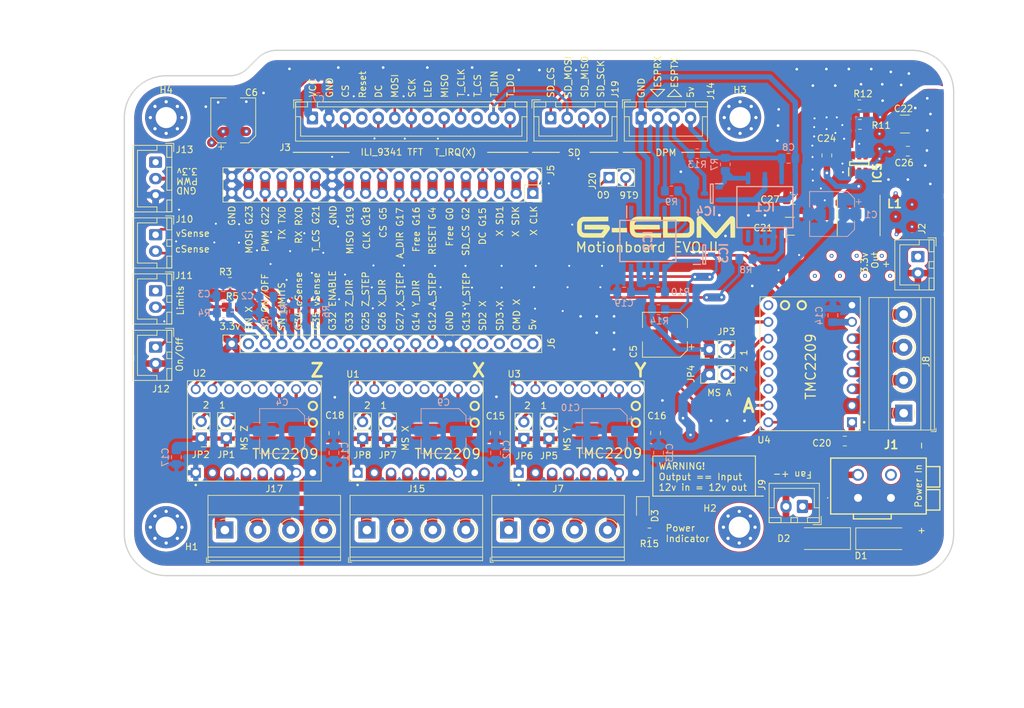
<source format=kicad_pcb>
(kicad_pcb (version 20221018) (generator pcbnew)
  (layers (0 "F.Cu" signal) (1 "In1.Cu" signal) (2 "In2.Cu" signal) (31 "B.Cu" signal) (34 "B.Paste" user) (35 "F.Paste" user) (36 "B.SilkS" user "B.Silkscreen") (37 "F.SilkS" user "F.Silkscreen") (38 "B.Mask" user) (39 "F.Mask" user) (44 "Edge.Cuts" user))
  (net 0 "")
  (net 1 "GND")
  (net 2 "3.3v+")
  (net 3 "12v+")
  (net 4 "enable-all")
  (net 5 "zstep")
  (net 6 "zdir")
  (net 7 "xstep")
  (net 8 "xdir")
  (net 9 "ystep")
  (net 10 "ydir")
  (net 11 "RX(IO3)")
  (net 12 "TX(IO1)")
  (net 13 "Limit39")
  (net 14 "Start36")
  (net 15 "vSense34")
  (net 16 "MOSI")
  (net 17 "T_CS")
  (net 18 "Miso")
  (net 19 "CLK")
  (net 20 "SD_CS")
  (net 21 "reset")
  (net 22 "CS")
  (net 23 "DC")
  (net 24 "PWM")
  (net 25 "ams2")
  (net 26 "ams1")
  (net 27 "input35")
  (net 28 "Net-(J7-Pin_1)")
  (net 29 "Net-(J7-Pin_2)")
  (net 30 "Net-(J7-Pin_3)")
  (net 31 "Net-(J7-Pin_4)")
  (net 32 "Net-(J8-Pin_1)")
  (net 33 "Net-(J8-Pin_2)")
  (net 34 "Net-(J8-Pin_3)")
  (net 35 "Net-(J8-Pin_4)")
  (net 36 "Net-(J15-Pin_1)")
  (net 37 "Net-(J15-Pin_2)")
  (net 38 "Net-(J15-Pin_3)")
  (net 39 "Net-(J15-Pin_4)")
  (net 40 "Net-(J17-Pin_1)")
  (net 41 "Net-(J17-Pin_2)")
  (net 42 "Net-(J17-Pin_3)")
  (net 43 "Net-(J17-Pin_4)")
  (net 44 "5v")
  (net 45 "gpio0")
  (net 49 "Net-(D1-K)")
  (net 59 "zms2")
  (net 60 "zms1")
  (net 65 "Net-(J5-Pin_3)")
  (net 66 "Net-(J5-Pin_5)")
  (net 67 "Net-(J5-Pin_1)")
  (net 68 "GPIO16")
  (net 69 "adir17")
  (net 70 "astep12")
  (net 71 "Net-(IC1-ANODE)")
  (net 73 "GND5v")
  (net 74 "VCCB")
  (net 75 "Net-(IC2-ANODE)")
  (net 77 "DPMRXB")
  (net 78 "DPMTXB")
  (net 79 "Net-(J11-Pin_2)")
  (net 80 "Net-(J12-Pin_1)")
  (net 81 "yms1")
  (net 82 "yms2")
  (net 83 "xms1")
  (net 84 "xms2")
  (net 85 "Net-(IC1-VO)")
  (net 86 "Net-(IC2-VO)")
  (net 87 "Net-(IC5-SW)")
  (net 88 "Net-(IC5-CB)")
  (net 89 "Net-(IC5-FB)")
  (net 90 "Net-(D3-A)")
  (footprint "Capacitor_SMD:C_0805_2012Metric_Pad1.18x1.45mm_HandSolder" (layer "F.Cu") (at 145.3427 43.5102)
    (fp_text reference "C27")
    (fp_text value "0.1uf-50v-x7r")
  )
  (footprint "Connector_PinSocket_2.54mm:PinSocket_2x19_P2.54mm_Vertical" (layer "F.Cu") (at 105.791 42.5704 -90)
    (fp_text reference "J5")
    (fp_text value "2,54mm pin socket 2x19")
  )
  (footprint "custom:MODULE_TMC2209_SILENTSTEPSTICK" (layer "F.Cu") (at 147.8754 68.4644 180)
    (fp_text reference "U4")
    (fp_text value "TMC2209")
  )
  (footprint "MountingHole:MountingHole_3.2mm_M3_Pad_Via" (layer "F.Cu") (at 50.118 93.298)
    (fp_text reference "H1")
    (fp_text value "MountingHole_Pad")
  )
  (footprint "Capacitor_SMD:CP_Elec_6.3x7.7" (layer "F.Cu") (at 60.2996 31.496 90)
    (fp_text reference "C6")
    (fp_text value "220uf16v-6.3x7.7mm (EEE-HA1C221XP)")
  )
  (footprint "Capacitor_SMD:C_0805_2012Metric_Pad1.18x1.45mm_HandSolder" (layer "F.Cu") (at 162.7124 36.1696)
    (fp_text reference "C26")
    (fp_text value "0.1uf-50v-x7r")
  )
  (footprint "Resistor_SMD:R_0805_2012Metric_Pad1.20x1.40mm_HandSolder" (layer "F.Cu") (at 123.4694 94.1578 180)
    (fp_text reference "R15")
    (fp_text value "220")
  )
  (footprint "Connector_JST:JST_XH_B2B-XH-A_1x02_P2.50mm_Vertical" (layer "F.Cu") (at 164.2364 52.197 -90)
    (fp_text reference "J2")
    (fp_text value "JST XHP-2")
  )
  (footprint "Capacitor_SMD:CP_Elec_6.3x7.7" (layer "F.Cu") (at 125.8316 64.0588 180)
    (fp_text reference "C5")
    (fp_text value "220uf16v-6.3x7.7mm (EEE-HA1C221XP)")
  )
  (footprint "Resistor_SMD:R_0805_2012Metric_Pad1.20x1.40mm_HandSolder" (layer "F.Cu") (at 155.3464 29.1338)
    (fp_text reference "R12")
    (fp_text value "100k 1%")
  )
  (footprint "Connector_JST:JST_XH_B2B-XH-A_1x02_P2.50mm_Vertical" (layer "F.Cu") (at 48.514 65.9384 -90)
    (fp_text reference "J12")
    (fp_text value "JST XHP-2")
  )
  (footprint "Capacitor_SMD:C_1210_3225Metric_Pad1.33x2.70mm_HandSolder" (layer "F.Cu") (at 144.7923 47.5742)
    (fp_text reference "C21")
    (fp_text value "22uf-16v-X7R (GRM32ER71C226KEA8K)")
  )
  (footprint "MountingHole:MountingHole_3.2mm_M3_Pad_Via" (layer "F.Cu") (at 137.113 93.298)
    (fp_text reference "H2")
    (fp_text value "MountingHole")
  )
  (footprint "Capacitor_SMD:C_0805_2012Metric_Pad1.18x1.45mm_HandSolder" (layer "F.Cu") (at 75.5904 79.0233 90)
    (fp_text reference "C18")
    (fp_text value "0.1uf-50v-x7r")
  )
  (footprint "TerminalBlock_Phoenix:TerminalBlock_Phoenix_MKDS-1,5-4_1x04_P5.00mm_Horizontal" (layer "F.Cu") (at 80.598 93.726)
    (fp_text reference "J15")
    (fp_text value "35° 4-pole screw terminal ( TE Connectivity 796689-4 )")
  )
  (footprint "graphics:gedm-logob" (layer "F.Cu") (at 124.6378 47.4726)
    (fp_text reference "" hide)
    (fp_text value "LOGO" hide)
  )
  (footprint "custom:MODULE_TMC2209_SILENTSTEPSTICK" (layer "F.Cu") (at 88.067 78.68 90)
    (fp_text reference "U1")
    (fp_text value "TMC2209")
  )
  (footprint "LED_SMD:LED_0805_2012Metric_Pad1.15x1.40mm_HandSolder" (layer "F.Cu") (at 122.4788 90.5092 -90)
    (fp_text reference "D3")
    (fp_text value "\n597-3305-607F\n")
  )
  (footprint "Capacitor_SMD:C_0805_2012Metric_Pad1.18x1.45mm_HandSolder" (layer "F.Cu") (at 100.076 79.0194 90)
    (fp_text reference "C15")
    (fp_text value "0.1uf-50v-x7r")
  )
  (footprint "Connector_JST:JST_XH_B4B-XH-A_1x04_P2.50mm_Vertical" (layer "F.Cu") (at 108.5 31.13)
    (fp_text reference "J19")
    (fp_text value "JST XHP-4")
  )
  (footprint "Diode_SMD:D_SMA_Handsoldering" (layer "F.Cu") (at 159.3088 95.0468)
    (fp_text reference "D1")
    (fp_text value "60v3ASchottky")
  )
  (footprint "Connector_JST:JST_XH_B2B-XH-A_1x02_P2.50mm_Vertical" (layer "F.Cu") (at 48.514 48.8696 -90)
    (fp_text reference "J10")
    (fp_text value "JST XHP-2")
  )
  (footprint "Connector_PinHeader_2.54mm:PinHeader_1x02_P2.54mm_Vertical" (layer "F.Cu") (at 132.588 66.294 90)
    (fp_text reference "JP3")
    (fp_text value "1x02 pin header with low profilejumper  cap (149-3-002-F0-XS)")
  )
  (footprint "Connector_JST:JST_XH_B3B-XH-A_1x03_P2.50mm_Vertical" (layer "F.Cu") (at 48.514 37.846 -90)
    (fp_text reference "J13")
    (fp_text value "JST XHP-3")
  )
  (footprint "Diode_SMD:D_SMA_Handsoldering" (layer "F.Cu") (at 149.489307 95.03178 180)
    (fp_text reference "D2")
    (fp_text value "60v3ASchottky")
  )
  (footprint "Connector_PinSocket_2.54mm:PinSocket_1x19_P2.54mm_Vertical" (layer "F.Cu") (at 60.071 65.4304 90)
    (fp_text reference "J6")
    (fp_text value "2,54mm pin socket 1x19")
  )
  (footprint "custom:26011102" (layer "F.Cu") (at 155.1432 88.844 90)
    (fp_text reference "J1")
    (fp_text value "WAGO 2601-1102" hide)
  )
  (footprint "TerminalBlock_Phoenix:TerminalBlock_Phoenix_MKDS-1,5-4_1x04_P5.00mm_Horizontal" (layer "F.Cu") (at 59.027 93.726)
    (fp_text reference "J17")
    (fp_text value "35° 4-pole screw terminal ( TE Connectivity 796689-4 )")
  )
  (footprint "custom:WE-PD_6033_6050_PLASTIC_BASE54" (layer "F.Cu") (at 155.2448 45.9442 -90)
    (fp_text reference "L1")
    (fp_text value "7447786008 2.3A  8.2uh" hide)
  )
  (footprint "Connector_PinHeader_2.54mm:PinHeader_1x02_P2.54mm_Vertical" (layer "F.Cu") (at 108.2294 79.8322 180)
    (fp_text reference "JP5")
    (fp_text value "1x02 pin header with low profilejumper  cap (149-3-002-F0-XS)")
  )
  (footprint "custom:MODULE_TMC2209_SILENTSTEPSTICK" (layer "F.Cu") (at 112.522 78.68 90)
    (fp_text reference "U3")
    (fp_text value "TMC2209")
  )
  (footprint "Connector_PinHeader_2.54mm:PinHeader_1x02_P2.54mm_Vertical" (layer "F.Cu") (at 132.588 70.0786 90)
    (fp_text reference "JP4")
    (fp_text value "1x02 pin header with low profilejumper  cap (149-3-002-F0-XS)")
  )
  (footprint "Connector_JST:JST_XH_B4B-XH-A_1x04_P2.50mm_Vertical" (layer "F.Cu") (at 122.2248 31.1404)
    (fp_text reference "J14")
    (fp_text value "JST XHP-4")
  )
  (footprint "Connector_PinHeader_2.54mm:PinHeader_1x02_P2.54mm_Vertical" (layer "F.Cu") (at 104.4194 79.8322 180)
    (fp_text reference "JP6")
    (fp_text value "1x02 pin header with low profilejumper  cap (149-3-002-F0-XS)")
  )
  (footprint "custom:SOT95P280X110-6N" (layer "F.Cu") (at 155.3278 38.0582 90)
    (fp_text reference "IC5")
    (fp_text value "LMR51420XFDDCR" hide)
  )
  (footprint "Capacitor_SMD:C_0805_2012Metric_Pad1.18x1.45mm_HandSolder" (layer "F.Cu") (at 124.4092 78.994 90)
    (fp_text reference "C16")
    (fp_text value "0.1uf-50v-x7r")
  )
  (footprint "Connector_PinHeader_2.54mm:PinHeader_1x02_P2.54mm_Vertical" (layer "F.Cu") (at 117.348 40.1828 90)
    (fp_text reference "J20")
    (fp_text value "SDI_T_DIN_SD_MOSI")
  )
  (footprint "MountingHole:MountingHole_3.2mm_M3_Pad_Via" (layer "F.Cu") (at 137.24 31.068)
    (fp_text reference "H3")
    (fp_text value "MountingHole")
  )
  (footprint "MountingHole:MountingHole_3.2mm_M3_Pad_Via" (layer "F.Cu") (at 50.118 31.068)
    (fp_text reference "H4")
    (fp_text value "MountingHole")
  )
  (footprint "Connector_PinHeader_2.54mm:PinHeader_1x02_P2.54mm_Vertical" (layer "F.Cu") (at 55.4382 79.761 180)
    (fp_text reference "JP2")
    (fp_text value "1x02 pin header with low profilejumper  cap (149-3-002-F0-XS)")
  )
  (footprint "Resistor_SMD:R_0805_2012Metric_Pad1.20x1.40mm_HandSolder" (layer "F.Cu") (at 60.1632 59.8678)
    (fp_text reference "R5")
    (fp_text value "1k")
  )
  (footprint "Capacitor_SMD:C_1210_3225Metric_Pad1.33x2.70mm_HandSolder" (layer "F.Cu") (at 162.2675 32.0548)
    (fp_text reference "C22")
    (fp_text value "4.7uf-50v-X7R (GRM32ER71H475KA88L)")
  )
  (footprint "Connector_JST:JST_XH_B13B-XH-A_1x13_P2.50mm_Vertical" (layer "F.Cu") (at 72.325 31.138)
    (fp_text reference "J3")
    (fp_text value "JST XHP-13")
  )
  (footprint "Capacitor_SMD:C_0805_2012Metric_Pad1.18x1.45mm_HandSolder" (layer "F.Cu") (at 153.1405 80.2132)
    (fp_text reference "C20")
    (fp_text value "0.1uf-50v-x7r")
  )
  (footprint "Connector_JST:JST_XH_B2B-XH-A_1x02_P2.50mm_Vertical" (layer "F.Cu") (at 48.514 57.3786 -90)
    (fp_text reference "J11")
    (fp_text value "JST XHP-2")
  )
  (footprint "Capacitor_SMD:C_0805_2012Metric_Pad1.18x1.45mm_HandSolder" (layer "F.Cu") (at 150.4188 36.8216 -90)
    (fp_text reference "C24")
    (fp_text value "0.1uf-50v-x7r")
  )
  (footprint "Connector_JST:JST_XH_B2B-XH-A_1x02_P2.50mm_Vertical" (layer "F.Cu") (at 146.7104 90.1446 180)
    (fp_text reference "J9")
    (fp_text value "JST XHP-2")
  )
  (footprint "custom:MODULE_TMC2209_SILENTSTEPSTICK" (layer "F.Cu") (at 63.5 78.68 90)
    (fp_text reference "U2")
    (fp_text value "TMC2209")
  )
  (footprint "Resistor_SMD:R_0805_2012Metric_Pad1.20x1.40mm_HandSolder" (layer "F.Cu") (at 59.817 56.1086)
    (fp_text reference "R3")
    (fp_text value "1k")
  )
  (footprint "Connector_PinHeader_2.54mm:PinHeader_1x02_P2.54mm_Vertical" (layer "F.Cu") (at 83.7438 79.8118 180)
    (fp_text reference "JP7")
    (fp_text value "1x02 pin header with low profilejumper  cap (149-3-002-F0-XS)")
  )
  (footprint "TerminalBlock_Phoenix:TerminalBlock_Phoenix_MKDS-1,5-4_1x04_P5.00mm_Horizontal" (layer "F.Cu") (at 102.108 93.726)
    (fp_text reference "J7")
    (fp_text value "35° 4-pole screw terminal ( TE Connectivity 796689-4 )")
  )
  (footprint "Connector_PinHeader_2.54mm:PinHeader_1x02_P2.54mm_Vertical" (layer "F.Cu") (at 59.2582 79.761 180)
    (fp_text reference "JP1")
    (fp_text value "1x02 pin header with low profilejumper  cap (149-3-002-F0-XS)")
  )
  (footprint "TerminalBlock_Phoenix:TerminalBlock_Phoenix_MKDS-1,5-4_1x04_P5.00mm_Horizontal" (layer "F.Cu") (at 162.0806 75.9714 90)
    (fp_text reference "J8")
    (fp_text value "35° 4-pole screw terminal ( TE Connectivity 796689-4 )")
  )
  (footprint "Connector_PinHeader_2.54mm:PinHeader_1x02_P2.54mm_Vertical" (layer "F.Cu") (at 79.9338 79.8068 180)
    (fp_text reference "JP8")
    (fp_text value "1x02 pin header with low profilejumper  cap (149-3-002-F0-XS)")
  )
  (footprint "Resistor_SMD:R_0805_2012Metric_Pad1.20x1.40mm_HandSolder" (layer "F.Cu") (at 155.4226 32.1056 180)
    (fp_text reference "R11")
    (fp_text value "22.1k 1% Würth WRIS-RSKS 560112120026 ")
  )
  (footprint "Resistor_SMD:R_0805_2012Metric_Pad1.20x1.40mm_HandSolder" (layer "B.Cu") (at 130.7338 36.5506)
    (fp_text reference "R13")
    (fp_text value "E330")
  )
  (footprint "Capacitor_SMD:C_0805_2012Metric_Pad1.18x1.45mm_HandSolder" (layer "B.Cu") (at 58.7795 58.2168 180)
    (fp_text reference "C3")
    (fp_text value "0.1uf-50v-x7r")
  )
  (footprint "custom:SOT95P240X110-3N" (layer "B.Cu") (at 131.7928 51.8668)
    (fp_text reference "IC3")
    (fp_text value "MMBT3904" hide)
  )
  (footprint "Capacitor_SMD:C_0805_2012Metric_Pad1.18x1.45mm_HandSolder" (layer "B.Cu") (at 119.6379 57.5818)
    (fp_text reference "C19")
    (fp_text value "0.1uf-50v-x7r")
  )
  (footprint "Resistor_SMD:R_0805_2012Metric_Pad1.20x1.40mm_HandSolder" (layer "B.Cu") (at 126.8222 42.2148)
    (fp_text reference "R9")
    (fp_text value "E499")
  )
  (footprint "Capacitor_SMD:CP_Elec_6.3x7.7" (layer "B.Cu") (at 151.2062 45.72 180)
    (fp_text reference "C1")
    (fp_text value "100uf35v-6.3x7.7mm (EEE-HA1V101XP)")
  )
  (footprint "Capacitor_SMD:CP_Elec_6.3x7.7" (layer "B.Cu") (at 67.7164 78.6892 180)
    (fp_text reference "C4")
    (fp_text value "100uf35v-6.3x7.7mm (EEE-HA1V101XP)")
  )
  (footprint "Capacitor_SMD:CP_Elec_6.3x7.7" (layer "B.Cu") (at 92.2274 78.6892 180)
    (fp_text reference "C9")
    (fp_text value "100uf35v-6.3x7.7mm (EEE-HA1V101XP)")
  )
  (footprint "Resistor_SMD:R_0805_2012Metric_Pad1.20x1.40mm_HandSolder" (layer "B.Cu") (at 58.817 60.7568 180)
    (fp_text reference "R4")
    (fp_text value "100k")
  )
  (footprint "Resistor_SMD:R_0805_2012Metric_Pad1.20x1.40mm_HandSolder" (layer "B.Cu") (at 124.8664 60.2488 180)
    (fp_text reference "R14")
    (fp_text value "470")
  )
  (footprint "Resistor_SMD:R_0805_2012Metric_Pad1.20x1.40mm_HandSolder" (layer "B.Cu") (at 124.841 57.531)
    (fp_text reference "R10")
    (fp_text value "470")
  )
  (footprint "Capacitor_SMD:C_0805_2012Metric_Pad1.18x1.45mm_HandSolder" (layer "B.Cu") (at 65.3327 58.2676 180)
    (fp_text reference "C2")
    (fp_text value "0.1uf-50v-x7r")
  )
  (footprint "Capacitor_SMD:C_0805_2012Metric_Pad1.18x1.45mm_HandSolder" (layer "B.Cu") (at 51.6636 82.6639 -90)
    (fp_text reference "C17")
    (fp_text value "0.1uf-50v-x7r")
  )
  (footprint "custom:SOT95P240X110-3N" (layer "B.Cu") (at 132.9436 42.6212 180)
    (fp_text reference "IC4")
    (fp_text value "MMBT3904" hide)
  )
  (footprint "Capacitor_SMD:C_0805_2012Metric_Pad1.18x1.45mm_HandSolder" (layer "B.Cu") (at 124.8664 81.9912 90)
    (fp_text reference "C13")
    (fp_text value "0.1uf-50v-x7r")
  )
  (footprint "Capacitor_SMD:C_0805_2012Metric_Pad1.18x1.45mm_HandSolder" (layer "B.Cu") (at 100.1268 82.0127 90)
    (fp_text reference "C12")
    (fp_text value "0.1uf-50v-x7r")
  )
  (footprint "Resistor_SMD:R_0805_2012Metric_Pad1.20x1.40mm_HandSolder" (layer "B.Cu") (at 135 38.1762 -90)
    (fp_text reference "R7")
    (fp_text value "470")
  )
  (footprint "Resistor_SMD:R_0805_2012Metric_Pad1.20x1.40mm_HandSolder" (layer "B.Cu") (at 72.7456 60.5188 90)
    (fp_text reference "R6")
    (fp_text value "100k")
  )
  (footprint "Capacitor_SMD:C_0805_2012Metric_Pad1.18x1.45mm_HandSolder" (layer "B.Cu") (at 151.3332 61.1124 -90)
    (fp_text reference "C14")
    (fp_text value "0.1uf-50v-x7r")
  )
  (footprint "Resistor_SMD:R_0805_2012Metric_Pad1.20x1.40mm_HandSolder" (layer "B.Cu") (at 138.1252 52.5526)
    (fp_text reference "R8")
    (fp_text value "E330")
  )
  (footprint "Resistor_SMD:R_0805_2012Metric_Pad1.20x1.40mm_HandSolder" (layer "B.Cu") (at 69.596 60.4934 90)
    (fp_text reference "R1")
    (fp_text value "100k")
  )
  (footprint "Resistor_SMD:R_0805_2012Metric_Pad1.20x1.40mm_HandSolder" (layer "B.Cu") (at 65.3448 60.6806 180)
    (fp_text reference "R2")
    (fp_text value "100k")
  )
  (footprint "custom:SOT254P916X480-6N" (layer "B.Cu") (at 141.0081 44.6786 90)
    (fp_text reference "IC1")
    (fp_text value "H11L1SR2M_F132" hide)
  )
  (footprint "Capacitor_SMD:C_0805_2012Metric_Pad1.18x1.45mm_HandSolder" (layer "B.Cu") (at 73.2159 26.5684)
    (fp_text reference "C7")
    (fp_text value "0.1uf-50v-x7r")
  )
  (footprint "Capacitor_SMD:C_0805_2012Metric_Pad1.18x1.45mm_HandSolder" (layer "B.Cu") (at 75.5904 82.0127 90)
    (fp_text reference "C11")
    (fp_text value "0.1uf-50v-x7r")
  )
  (footprint "Capacitor_SMD:CP_Elec_6.3x7.7" (layer "B.Cu") (at 116.6876 78.6892 180)
    (fp_text reference "C10")
    (fp_text value "100uf35v-6.3x7.7mm (EEE-HA1V101XP)")
  )
  (footprint "custom:SOT254P916X480-6N" (layer "B.Cu") (at 123.2414 49.8094 -90)
    (fp_text reference "IC2")
    (fp_text value "H11L1SR2M_F132" hide)
  )
  (footprint "Capacitor_SMD:C_0805_2012Metric_Pad1.18x1.45mm_HandSolder" (layer "B.Cu") (at 144.5905 37.2618 180)
    (fp_text reference "C8")
    (fp_text value "0.1uf-50v-x7r")
  )
  (gr_line (start 126.2126 27.8638) (end 128.3462 27.8638) (stroke (width 0.15)) (layer "F.SilkS"))
  (gr_line (start 125.7808 26.797) (end 123.6472 26.797) (stroke (width 0.15)) (layer "F.SilkS"))
  (gr_line (start 139.56665 88.5698) (end 123.99645 88.5698) (stroke (width 0.15)) (layer "F.SilkS"))
  (gr_line (start 128.3462 27.8638) (end 127.2794 26.797) (stroke (width 0.15)) (layer "F.SilkS"))
  (gr_line (start 124.09805 82.4738) (end 139.56665 82.4738) (stroke (width 0.15)) (layer "F.SilkS"))
  (gr_line (start 77.9018 36.3474) (end 69.3928 36.3474) (stroke (width 0.15)) (layer "F.SilkS"))
  (gr_line (start 123.6472 26.797) (end 124.714 27.8638) (stroke (width 0.15)) (layer "F.SilkS"))
  (gr_line (start 123.99645 88.5698) (end 123.99645 82.4738) (stroke (width 0.15)) (layer "F.SilkS"))
  (gr_line (start 114.4524 36.3474) (end 118.7196 36.3474) (stroke (width 0.15)) (layer "F.SilkS"))
  (gr_line (start 98.9076 36.3474) (end 105.0544 36.3474) (stroke (width 0.15)) (layer "F.SilkS"))
  (gr_line (start 124.714 27.8638) (end 125.7808 26.797) (stroke (width 0.15)) (layer "F.SilkS"))
  (gr_line (start 139.56665 88.5698) (end 140.7668 88.5698) (stroke (width 0.15)) (layer "F.SilkS"))
  (gr_line (start 105.7148 36.3474) (end 109.8042 36.3474) (stroke (width 0.15)) (layer "F.SilkS"))
  (gr_line (start 128.397 36.3474) (end 132.6642 36.3474) (stroke (width 0.15)) (layer "F.SilkS"))
  (gr_line (start 119.507 36.3474) (end 123.5964 36.3474) (stroke (width 0.15)) (layer "F.SilkS"))
  (gr_line (start 127.2794 26.797) (end 126.2126 27.8638) (stroke (width 0.15)) (layer "F.SilkS"))
  (gr_line (start 139.56665 82.4738) (end 139.56665 88.5698) (stroke (width 0.15)) (layer "F.SilkS"))
  (gr_arc (start 163.3568 20.85) (mid 167.813676 22.696071) (end 169.659767 27.152967) (stroke (width 0.2)) (layer "Edge.Cuts"))
  (gr_line (start 66.901578 20.85) (end 156.84 20.85) (stroke (width 0.2)) (layer "Edge.Cuts"))
  (gr_line (start 156.84 20.85) (end 163.3568 20.85) (stroke (width 0.2)) (layer "Edge.Cuts"))
  (gr_arc (start 50.118 100.648) (mid 45.627872 98.788128) (end 43.768 94.298) (stroke (width 0.2)) (layer "Edge.Cuts"))
  (gr_line (start 62.449935 23.607935) (end 62.968662 23.089208) (stroke (width 0.2)) (layer "Edge.Cuts"))
  (gr_line (start 50.118 24.718) (end 59.77 24.718) (stroke (width 0.2)) (layer "Edge.Cuts"))
  (gr_line (start 169.659767 27.152967) (end 169.659767 93.6752) (stroke (width 0.2)) (layer "Edge.Cuts"))
  (gr_line (start 62.968662 23.089208) (end 64.01024 22.04763) (stroke (width 0.2)) (layer "Edge.Cuts"))
  (gr_arc (start 169.659767 94.369332) (mid 167.820776 98.809) (end 163.381099 100.648) (stroke (width 0.2)) (layer "Edge.Cuts"))
  (gr_line (start 169.659767 94.369332) (end 169.659767 93.6752) (stroke (width 0.2)) (layer "Edge.Cuts"))
  (gr_arc (start 64.01024 22.04763) (mid 65.336799 21.16126) (end 66.901578 20.85) (stroke (width 0.2)) (layer "Edge.Cuts"))
  (gr_arc (start 43.768 31.068) (mid 45.627872 26.577872) (end 50.118 24.718) (stroke (width 0.2)) (layer "Edge.Cuts"))
  (gr_arc (start 62.449935 23.607935) (mid 61.22037 24.429504) (end 59.77 24.718) (stroke (width 0.2)) (layer "Edge.Cuts"))
  (gr_line (start 50.118 100.648) (end 163.381099 100.648) (stroke (width 0.2)) (layer "Edge.Cuts"))
  (gr_line (start 43.768 94.298) (end 43.768 31.068) (stroke (width 0.2)) (layer "Edge.Cuts"))
  (gr_text "Free G0" (at 93.1672 47.6758 90) (layer "F.SilkS") (effects (font (size 1 1))))
  (gr_text "-" (at 164.719 80.899 90) (layer "F.SilkS") (effects (font (size 1 1))))
  (gr_text "G25 Z_STEP" (at 80.391 58.9534 90) (layer "F.SilkS") (effects (font (size 1 1))))
  (gr_text "3.3v" (at 59.7916 62.7888) (layer "F.SilkS") (effects (font (size 1 1))))
  (gr_text "A_DIR G17" (at 85.598 48.6156 90) (layer "F.SilkS") (effects (font (size 1 1))))
  (gr_text "TMC2209" (at 148.844 74.0664 90) (layer "F.SilkS") (effects (font (size 1.5 1.5) (thickness 0.2)) (justify left bottom)))
  (gr_text "vSense" (at 54.1528 48.6664) (layer "F.SilkS") (effects (font (size 1 1))))
  (gr_text "MOSI" (at 84.836 26.2636 90) (layer "F.SilkS") (effects (font (size 1 1))))
  (gr_text "Y" (at 122.1232 69.469) (layer "F.SilkS") (effects (font (size 2 2) (thickness 0.4) bold)))
  (gr_text "SP ON/OFF" (at 65.1256 59.0804 90) (layer "F.SilkS") (effects (font (size 1 1))))
  (gr_text "GND" (at 122.2502 26.5684 90) (layer "F.SilkS") (effects (font (size 1 1))))
  (gr_text "TMC2209" (at 87.6808 83.0326) (layer "F.SilkS") (effects (font (size 1.5 1.5) (thickness 0.2)) (justify left bottom)))
  (gr_text "WARNING!\nOutput == Input\n12v in = 12v out" (at 124.78385 87.8332) (layer "F.SilkS") (effects (font (size 1 1)) (justify left bottom)))
  (gr_text "G12 A_STEP" (at 90.5256 59.0296 90) (layer "F.SilkS") (effects (font (size 1 1))))
  (gr_text "SD3 X" (at 100.7872 61.1886 90) (layer "F.SilkS") (effects (font (size 1 1))))
  (gr_text "5v" (at 129.7178 27.2034 90) (layer "F.SilkS") (effects (font (size 1 1))))
  (gr_text "Motionboard EVO II" (at 112.145678 51.65652) (layer "F.SilkS") (effects (font (size 1.5 1.5) (thickness 0.2)) (justify left bottom)))
  (gr_text "CLK G18" (at 80.5434 47.8536 90) (layer "F.SilkS") (effects (font (size 1 1))))
  (gr_text "RX RXD" (at 70.2564 47.3964 90) (layer "F.SilkS") (effects (font (size 1 1))))
  (gr_text "G14 Y_DIR" (at 88.0364 59.6138 90) (layer "F.SilkS") (effects (font (size 1 1))))
  (gr_text "ESPTX" (at 127.3048 24.257 90) (layer "F.SilkS") (effects (font (size 1 1))))
  (gr_text "G13 Y_STEP" (at 95.6818 59.0296 90) (layer "F.SilkS") (effects (font (size 1 1))))
  (gr_text "PWM" (at 53.2892 40.7162 180) (layer "F.SilkS") (effects (font (size 1 1))))
  (gr_text "SD2 X" (at 98.171 61.1886 90) (layer "F.SilkS") (effects (font (size 1 1))))
  (gr_text "Limits" (at 52.2732 58.8518 90) (layer "F.SilkS") (effects (font (size 1 1))))
  (gr_text "G26 X_DIR" (at 82.9056 59.5376 90) (layer "F.SilkS") (effects (font (size 1 1))))
  (gr_text "DC G15" (at 98.1456 47.5742 90) (layer "F.SilkS") (effects (font (size 1 1))))
  (gr_text "T_IRQ(X)" (at 94.0054 36.3474) (layer "F.SilkS") (effects (font (size 1 1))))
  (gr_text "VCC" (at 72.3646 26.5176 90) (layer "F.SilkS") (effects (font (size 1 1))))
  (gr_text "X SD1" (at 100.7618 46.7868 90) (layer "F.SilkS") (effects (font (size 1 1))))
  (gr_text "Power In" (at 164.3126 87.0204 90) (layer "F.SilkS") (effects (font (size 1 1))))
  (gr_text "TMC2209" (at 63.0428 83.058) (layer "F.SilkS") (effects (font (size 1.5 1.5) (thickness 0.2)) (justify left bottom)))
  (gr_text "SCK" (at 87.4522 26.543 90) (layer "F.SilkS") (effects (font (size 1 1))))
  (gr_text "G33 Z_DIR" (at 77.9272 59.563 90) (layer "F.SilkS") (effects (font (size 1 1))))
  (gr_text "Fan +-" (at 145.1864 85.3186 180) (layer "F.SilkS") (effects (font (size 1 1))))
  (gr_text "On/Off" (at 52.1462 67.056 90) (layer "F.SilkS") (effects (font (size 1 1))))
  (gr_text "SD_CS" (at 108.5088 25.7302 90) (layer "F.SilkS") (effects (font (size 1 1))))
  (gr_text "SD_SCK" (at 116.1034 25.1968 90) (layer "F.SilkS") (effects (font (size 1 1))))
  (gr_text "SN LIMITS" (at 67.6656 59.7916 90) (layer "F.SilkS") (effects (font (size 1 1))))
  (gr_text "PWM G22" (at 65.1764 48.006 90) (layer "F.SilkS") (effects (font (size 1 1))))
  (gr_text "Z" (at 73.025 69.469) (layer "F.SilkS") (effects (font (size 2 2) (thickness 0.4) bold)))
  (gr_text "ESPRX" (at 124.7394 24.1046 90) (layer "F.SilkS") (effects (font (size 1 1))))
  (gr_text "MOSI G23" (at 62.7126 48.0822 90) (layer "F.SilkS") (effects (font (size 1 1))))
  (gr_text "G0" (at 116.4844 42.7482 180) (layer "F.SilkS") (effects (font (size 1 1))))
  (gr_text "Reset" (at 79.9338 26.0604 90) (layer "F.SilkS") (effects (font (size 1 1))))
  (gr_text "CS" (at 77.343 27.051 90) (layer "F.SilkS") (effects (font (size 1 1))))
  (gr_text "CMD X" (at 103.3272 61.0362 90) (layer "F.SilkS") (effects (font (size 1 1))))
  (gr_text "cSense" (at 54.102 51.054) (layer "F.SilkS") (effects (font (size 1 1))))
  (gr_text "MISO" (at 92.4052 26.2636 90) (layer "F.SilkS") (effects (font (size 1 1))))
  (gr_text "SD_CS G2" (at 95.6056 48.387 90) (layer "F.SilkS") (effects (font (size 1 1))))
  (gr_text "A" (at 138.5316 74.8538) (layer "F.SilkS") (effects (font (size 2 2) (thickness 0.4) bold)))
  (gr_text "G32 ENABLE" (at 75.3618 58.8772 90) (layer "F.SilkS") (effects (font (size 1 1))))
  (gr_text "G16" (at 120.396 42.799 180) (layer "F.SilkS") (effects (font (size 1 1))))
  (gr_text "GND" (at 60.0964 45.974 90) (layer "F.SilkS") (effects (font (size 1 1))))
  (gr_text "T_CS G21" (at 72.8472 47.9552 90) (layer "F.SilkS") (effects (font (size 1 1))))
  (gr_text "G34 cSense" (at 70.231 58.9534 90) (layer "F.SilkS") (effects (font (size 1 1))))
  (gr_text "T_DO" (at 102.3874 26.1874 90) (layer "F.SilkS") (effects (font (size 1 1))))
  (gr_text "EN X" (at 62.6872 61.5442 90) (layer "F.SilkS") (effects (font (size 1 1))))
  (gr_text "3.3v \nOut\n+-" (at 157.734 52.7304 90) (layer "F.SilkS") (effects (font (size 1 1))))
  (gr_text "X" (at 97.536 69.469) (layer "F.SilkS") (effects (font (size 2 2) (thickness 0.4) bold)))
  (gr_text "T_CS" (at 97.3836 26.2128 90) (layer "F.SilkS") (effects (font (size 1 1))))
  (gr_text "GND" (at 74.93 26.5176 90) (layer "F.SilkS") (effects (font (size 1 1))))
  (gr_text "GND" (at 75.4634 45.9232 90) (layer "F.SilkS") (effects (font (size 1 1))))
  (gr_text "MISO G19" (at 78.0288 48.1838 90) (layer "F.SilkS") (effects (font (size 1 1))))
  (gr_text "CS G5" (at 83.058 47.0154 90) (layer "F.SilkS") (effects (font (size 1 1))))
  (gr_text "+" (at 164.719 93.8276 90) (layer "F.SilkS") (effects (font (size 1 1))))
  (gr_text "5v" (at 105.7656 62.5094 90) (layer "F.SilkS") (effects (font (size 1 1))))
  (gr_text "RESET G4" (at 90.5256 48.2854 90) (layer "F.SilkS") (effects (font (size 1 1))))
  (gr_text "T_CLK" (at 94.8944 25.781 90) (layer "F.SilkS") (effects (font (size 1 1))))
  (gr_text "X SDK" (at 103.1748 46.863 90) (layer "F.SilkS") (effects (font (size 1 1))))
  (gr_text "Power\nIndicator" (at 125.857 94.234) (layer "F.SilkS") (effects (font (size 1 1)) (justify left)))
  (gr_text "TX TXD" (at 67.7164 47.117 90) (layer "F.SilkS") (effects (font (size 1 1))))
  (gr_text "G27 X_STEP" (at 85.6234 59.0042 90) (layer "F.SilkS") (effects (font (size 1 1))))
  (gr_text "SD_MOSI" (at 111.1504 24.892 90) (layer "F.SilkS") (effects (font (size 1 1))))
  (gr_text "TMC2209" (at 112.1664 82.9564) (layer "F.SilkS") (effects (font (size 1.5 1.5) (thickness 0.2)) (justify left bottom)))
  (gr_text "SD_MISO" (at 113.665 24.8666 90) (layer "F.SilkS") (effects (font (size 1 1))))
  (gr_text "DC" (at 82.3722 27.0764 90) (layer "F.SilkS") (effects (font (size 1 1))))
  (gr_text "3.3v" (at 53.2892 39.243 180) (layer "F.SilkS") (effects (font (size 1 1))))
  (gr_text "X CLK" (at 105.918 46.736 90) (layer "F.SilkS") (effects (font (size 1 1))))
  (gr_text "GND" (at 53.1876 42.1386 180) (layer "F.SilkS") (effects (font (size 1 1))))
  (gr_text "ILI_9341 TFT" (at 84.3788 36.322) (layer "F.SilkS") (effects (font (size 1 1))))
  (gr_text "Free G16" (at 88.0872 48.0568 90) (layer "F.SilkS") (effects (font (size 1 1))))
  (gr_text "GND" (at 93.1418 61.9252 90) (layer "F.SilkS") (effects (font (size 1 1))))
  (gr_text "T_DIN" (at 99.9236 25.9588 90) (layer "F.SilkS") (effects (font (size 1 1))))
  (gr_text "G35 vSense" (at 72.9234 59.0042 90) (layer "F.SilkS") (effects (font (size 1 1))))
  (gr_text "LED" (at 89.8652 26.7208 90) (layer "F.SilkS") (effects (font (size 1 1))))
  (segment (start 74.825 31.138) (end 74.825 30.9914) (width 1.2) (layer "F.Cu") (net 1))
  (segment (start 76.5048 27.8384) (end 74.825 29.5182) (width 0.8) (layer "F.Cu") (net 1))
  (segment (start 78.5876 27.8384) (end 76.5048 27.8384) (width 0.8) (layer "F.Cu") (net 1))
  (segment (start 152.781 38.0582) (end 153.3652 38.0582) (width 0.6) (layer "F.Cu") (net 1))
  (segment (start 154.178 80.2132) (end 154.1899 80.2013) (width 1) (layer "F.Cu") (net 1))
  (segment (start 148.463 86.5886) (end 145.6182 86.5886) (width 1) (layer "F.Cu") (net 1))
  (segment (start 154.3778 39.3082) (end 154.031 39.3082) (width 0.5) (layer "F.Cu") (net 1))
  (segment (start 153.3652 38.0582) (end 153.9748 38.0582) (width 0.6) (layer "F.Cu") (net 1))
  (segment (start 153.729 38.422) (end 153.729 39.3274) (width 0.5) (layer "F.Cu") (net 1))
  (segment (start 74.825 29.5182) (end 74.825 36.5472) (width 0.8) (layer "F.Cu") (net 1))
  (segment (start 152.919 39.3082) (end 152.8572 39.37) (width 0.5) (layer "F.Cu") (net 1))
  (segment (start 144.2104 92.252873) (end 146.989307 95.03178) (width 1) (layer "F.Cu") (net 1))
  (segment (start 153.4668 39.37) (end 152.8572 39.37) (width 0.5) (layer "F.Cu") (net 1))
  (segment (start 153.7716 39.37) (end 153.9322 39.2094) (width 0.5) (layer "F.Cu") (net 1))
  (segment (start 118.872 85.03) (end 118.872 86.3092) (width 0.8) (layer "F.Cu") (net 1))
  (segment (start 152.8572 39.37) (end 153.7716 39.37) (width 0.5) (layer "F.Cu") (net 1))
  (segment (start 154.3778 39.3082) (end 154.3778 39.6528) (width 0.5) (layer "F.Cu") (net 1))
  (segment (start 145.6182 86.5886) (end 144.2104 87.9964) (width 1) (layer "F.Cu") (net 1))
  (segment (start 154.3778 39.3082) (end 152.919 39.3082) (width 0.5) (layer "F.Cu") (net 1))
  (segment (start 154.3778 39.3082) (end 154.3778 39.0708) (width 0.5) (layer "F.Cu") (net 1))
  (segment (start 153.8605 39.7637) (end 153.4668 39.37) (width 0.5) (layer "F.Cu") (net 1))
  (segment (start 154.3778 39.6528) (end 152.1968 41.8338) (width 0.5) (layer "F.Cu") (net 1))
  (segment (start 74.825 36.5472) (end 75.311 37.0332) (width 0.8) (layer "F.Cu") (net 1))
  (segment (start 153.729 38.422) (end 153.3652 38.0582) (width 0.5) (layer "F.Cu") (net 1))
  (segment (start 154.3778 39.0708) (end 153.729 38.422) (width 0.5) (layer "F.Cu") (net 1))
  (segment (start 144.2104 87.9964) (end 144.2104 92.252873) (width 1) (layer "F.Cu") (net 1))
  (segment (start 122.047 89.4842) (end 122.4788 89.4842) (width 0.8) (layer "F.Cu") (net 1))
  (segment (start 58.1152 28.6512) (end 58.0136 28.7528) (width 1) (layer "F.Cu") (net 1))
  (segment (start 155.1432 85.344) (end 149.7076 85.344) (width 1) (layer "F.Cu") (net 1))
  (segment (start 154.1899 77.3899) (end 154.2254 77.3544) (width 0.5) (layer "F.Cu") (net 1))
  (segment (start 149.7076 85.344) (end 148.463 86.5886) (width 1) (layer "F.Cu") (net 1))
  (segment (start 74.825 30.9914) (end 74.825 29.5182) (width 0.8) (layer "F.Cu") (net 1))
  (segment (start 154.3778 39.3082) (end 154.316 39.3082) (width 0.5) (layer "F.Cu") (net 1))
  (segment (start 153.9748 38.0582) (end 157.6742 38.0582) (width 0.6) (layer "F.Cu") (net 1))
  (segment (start 154.3778 38.4612) (end 153.9748 38.0582) (width 0.5) (layer "F.Cu") (net 1))
  (segment (start 157.6742 38.0582) (end 158.3944 37.338) (width 0.6) (layer "F.Cu") (net 1))
  (segment (start 153.8605 39.7637) (end 153.5811 40.0431) (width 0.5) (layer "F.Cu") (net 1))
  (segment (start 154.316 39.3082) (end 153.8605 39.7637) (width 0.5) (layer "F.Cu") (net 1))
  (segment (start 62.2808 28.6512) (end 58.1152 28.6512) (width 1) (layer "F.Cu") (net 1))
  (segment (start 152.1968 41.8338) (end 149.5044 41.8338) (width 0.5) (layer "F.Cu") (net 1))
  (segment (start 154.031 39.3082) (end 153.9322 39.2094) (width 0.5) (layer "F.Cu") (net 1))
  (segment (start 153.5811 40.0431) (end 153.5303 40.0431) (width 0.5) (layer "F.Cu") (net 1))
  (segment (start 153.729 39.3274) (end 153.7716 39.37) (width 0.5) (layer "F.Cu") (net 1))
  (segment (start 152.8572 38.1344) (end 152.781 38.0582) (width 0.5) (layer "F.Cu") (net 1))
  (segment (start 154.3778 39.3082) (end 154.3778 38.4612) (width 0.5) (layer "F.Cu") (net 1))
  (segment (start 153.5303 40.0431) (end 152.8572 39.37) (width 0.5) (layer "F.Cu") (net 1))
  (segment (start 61.1378 50.038) (end 61.1632 50.0634) (width 0.4) (layer "F.Cu") (net 1))
  (segment (start 161.6241 36.2204) (end 161.6749 36.1696) (width 0.8) (layer "F.Cu") (net 1))
  (segment (start 154.1899 80.2013) (end 154.1899 77.3899) (width 1) (layer "F.Cu") (net 1))
  (segment (start 118.872 86.3092) (end 122.047 89.4842) (width 0.8) (layer "F.Cu") (net 1))
  (via (at 163.3474 44.2722) (size 0.6) (drill 0.3) (layers "F.Cu" "B.Cu") (net 1))
  (via (at 86.2076 53.5432) (size 0.6) (drill 0.3) (layers "F.Cu" "B.Cu") (net 1))
  (via (at 148.209 35.3314) (size 0.6) (drill 0.3) (layers "F.Cu" "B.Cu") (net 1))
  (via (at 158.496 30.988) (size 0.6) (drill 0.3) (layers "F.Cu" "B.Cu") (net 1))
  (via (at 115.4684 63.754) (size 0.8) (drill 0.4) (layers "F.Cu" "B.Cu") (net 1))
  (via (at 101.0412 53.594) (size 0.6) (drill 0.3) (layers "F.Cu" "B.Cu") (net 1))
  (via (at 79.8068 46.4312) (size 0.6) (drill 0.3) (layers "F.Cu" "B.Cu") (net 1))
  (via (at 148.2852 40.64) (size 0.6) (drill 0.3) (layers "F.Cu" "B.Cu") (net 1))
  (via (at 148.5392 31.1912) (size 0.6) (drill 0.3) (layers "F.Cu" "B.Cu") (net 1))
  (via (at 156.21 55.118) (size 0.6) (drill 0.3) (layers "F.Cu" "B.Cu") (net 1))
  (via (at 77.2668 54.9148) (size 0.6) (drill 0.3) (layers "F.Cu" "B.Cu") (net 1))
  (via (at 64.897 27.3304) (size 0.8) (drill 0.4) (layers "F.Cu" "B.Cu") (net 1))
  (via (at 158.3944 33.528) (size 0.6) (drill 0.3) (layers "F.Cu" "B.Cu") (net 1))
  (via (at 68.4022 55.7276) (size 0.6) (drill 0.3) (layers "F.Cu" "B.Cu") (net 1))
  (via (at 52.07 45.0596) (size 0.6) (drill 0.3) (layers "F.Cu" "B.Cu") (net 1))
  (via (at 91.7702 56.8452) (size 0.6) (drill 0.3) (layers "F.Cu" "B.Cu") (net 1))
  (via (at 158.877 28.4988) (size 0.8) (drill 0.4) (layers "F.Cu" "B.Cu") (net 1))
  (via (at 125.4506 74.041) (size 0.8) (drill 0.4) (layers "F.Cu" "B.Cu") (net 1))
  (via (at 158.3944 37.338) (size 0.6) (drill 0.3) (layers "F.Cu" "B.Cu") (net 1))
  (via (at 71.0946 48.641) (size 0.6) (drill 0.3) (layers "F.Cu" "B.Cu") (net 1))
  (via (at 111.76 47.3202) (size 0.6) (drill 0.3) (layers "F.Cu" "B.Cu") (net 1))
  (via (at 134.0866 45.8978) (size 0.8) (drill 0.4) (layers "F.Cu" "B.Cu") (net 1))
  (via (at 61.1632 50.0634) (size 0.6) (drill 0.3) (layers "F.Cu" "B.Cu") (net 1))
  (via (at 152.8572 39.37) (size 0.6) (drill 0.3) (layers "F.Cu" "B.Cu") (net 1))
  (via (at 105.9688 56.8452) (size 0.6) (drill 0.3) (layers "F.Cu" "B.Cu") (net 1))
  (via (at 118.11 61.2648) (size 0.8) (drill 0.4) (layers "F.Cu" "B.Cu") (net 1))
  (via (at 148.4884 33.9344) (size 0.6) (drill 0.3) (layers "F.Cu" "B.Cu") (net 1))
  (via (at 153.7462 23.6982) (size 0.8) (drill 0.4) (layers "F.Cu" "B.Cu") (net 1))
  (via (at 86.233 60.1726) (size 0.6) (drill 0.3) (layers "F.Cu" "B.Cu") (net 1))
  (via (at 68.834 23.6728) (size 0.8) (drill 0.4) (layers "F.Cu" "B.Cu") (net 1))
  (via (at 160.8582 46.1264) (size 0.6) (drill 0.3) (layers "F.Cu" "B.Cu") (net 1))
  (via (at 148.2344 37.0586) (size 0.6) (drill 0.3) (layers "F.Cu" "B.Cu") (net 1))
  (via (at 106.7816 23.8506) (size 0.8) (drill 0.4) (layers "F.Cu" "B.Cu") (net 1))
  (via (at 158.3944 35.814) (size 0.6) (drill 0.3) (layers "F.Cu" "B.Cu") (net 1))
  (via (at 86.3346 34.2646) (size 0.6) (drill 0.3) (layers "F.Cu" "B.Cu") (net 1))
  (via (at 150.368 32.8168) (size 0.6) (drill 0.3) (layers "F.Cu" "B.Cu") (net 1))
  (via (at 83.058 23.4696) (size 0.8) (drill 0.4) (layers "F.Cu" "B.Cu") (net 1))
  (via (at 150.368 31.0388) (size 0.6) (drill 0.3) (layers "F.Cu" "B.Cu") (net 1))
  (via (at 57.658 47.1932) (size 0.6) (drill 0.3) (layers "F.Cu" "B.Cu") (net 1))
  (via (at 75.311 37.0332) (size 0.6) (drill 0.3) (layers "F.Cu" "B.Cu") (net 1))
  (via (at 106.2228 53.594) (size 0.6) (drill 0.3) (layers "F.Cu" "B.Cu") (net 1))
  (via (at 150.3426 23.6982) (size 0.8) (drill 0.4) (layers "F.Cu" "B.Cu") (net 1))
  (via (at 128.2446 39.2938) (size 0.8) (drill 0.4) (layers "F.Cu" "B.Cu") (net 1))
  (via (at 112.3188 23.876) (size 0.8) (drill 0.4) (layers "F.Cu" "B.Cu") (net 1))
  (via (at 159.9184 36.2204) (size 0.6) (drill 0.3) (layers "F.Cu" "B.Cu") (net 1))
  (via (at 68.9356 51.3588) (size 0.6) (drill 0.3) (layers "F.Cu" "B.Cu") (net 1))
  (via (at 145.8468 23.7236) (size 0.8) (drill 0.4) (layers "F.Cu" "B.Cu") (net 1))
  (via (at 66.04 48.4632) (size 0.6) (drill 0.3) (layers "F.Cu" "B.Cu") (net 1))
  (via (at 118.11 63.754) (size 0.8) (drill 0.4) (layers "F.Cu" "B.Cu") (net 1))
  (via (at 91.3638 34.2646) (size 0.6) (drill 0.3) (layers "F.Cu" "B.Cu") (net 1))
  (via (at 138.5062 45.9232) (size 0.8) (drill 0.4) (layers "F.Cu" "B.Cu") (net 1))
  (via (at 157.1498 23.6982) (size 0.8) (drill 0.4) (layers "F.Cu" "B.Cu") (net 1))
  (via (at 76.2254 47.625) (size 0.6) (drill 0.3) (layers "F.Cu" "B.Cu") (net 1))
  (via (at 160.1216 24.13) (size 0.8) (drill 0.4) (layers "F.Cu" "B.Cu") (net 1))
  (via (at 90.8304 60.0964) (size 0.6) (drill 0.3) (layers "F.Cu" "B.Cu") (net 1))
  (via (at 160.9852 48.7934) (size 0.6) (drill 0.3) (layers "F.Cu" "B.Cu") (net 1))
  (via (at 143.002 32.2834) (size 0.8) (drill 0.4) (layers "F.Cu" "B.Cu") (net 1))
  (via (at 142.9004 34.5694) (size 0.8) (drill 0.4) (layers "F.Cu" "B.Cu") (net 1))
  (via (at 96.5454 56.896) (size 0.6) (drill 0.3) (layers "F.Cu" "B.Cu") (net 1))
  (via (at 151.13 52.07) (size 0.6) (drill 0.3) (layers "F.Cu" "B.Cu") (net 1))
  (via (at 150.0886 43.6372) (size 0.6) (drill 0.3) (layers "F.Cu" "B.Cu") (net 1))
  (via (at 81.4832 60.0456) (size 0.6) (drill 0.3) (layers "F.Cu" "B.Cu") (net 1))
  (via (at 57.4294 50.038) (size 0.6) (drill 0.3) (layers "F.Cu" "B.Cu") (net 1))
  (via (at 81.7372 34.2392) (size 0.6) (drill 0.3) (layers "F.Cu" "B.Cu") (net 1))
  (via (at 76.2508 23.4696) (size 0.8) (drill 0.4) (layers "F.Cu" "B.Cu") (net 1))
  (via (at 152.4 55.118) (size 0.6) (drill 0.3) (layers "F.Cu" "B.Cu") (net 1))
  (via (at 152.781 38.0582) (size 0.6) (drill 0.3) (layers "F.Cu" "B.Cu") (net 1))
  (via (at 95.5548 53.594) (size 0.6) (drill 0.3) (layers "F.Cu" "B.Cu") (net 1))
  (via (at 158.8262 26.0096) (size 0.8) (drill 0.4) (layers "F.Cu" "B.Cu") (net 1))
  (via (at 111.0488 56.8452) (size 0.6) (drill 0.3) (layers "F.Cu" "B.Cu") (net 1))
  (via (at 86.1568 27.8384) (size 0.6) (drill 0.3) (layers "F.Cu" "B.Cu") (net 1))
  (via (at 101.0412 56.896) (size 0.6) (drill 0.3) (layers "F.Cu" "B.Cu") (net 1))
  (via (at 100.9396 60.0964) (size 0.6) (drill 0.3) (layers "F.Cu" "B.Cu") (net 1))
  (via (at 49.8348 62.0268) (size 0.6) (drill 0.3) (layers "F.Cu" "B.Cu") (net 1))
  (via (at 62.2808 28.6512) (size 0.8) (drill 0.4) (layers "F.Cu" "B.Cu") (net 1))
  (via (at 111.3028 53.594) (size 0.6) (drill 0.3) (layers "F.Cu" "B.Cu") (net 1))
  (via (at 81.5848 53.5432) (size 0.6) (drill 0.3) (layers "F.Cu" "B.Cu") (net 1))
  (via (at 75.7174 73.5584) (size 0.8) (drill 0.4) (layers "F.Cu" "B.Cu") (net 1))
  (via (at 103.6574 23.8252) (size 0.8) (drill 0.4) (layers "F.Cu" "B.Cu") (net 1))
  (via (at 160.8582 42.5704) (size 0.6) (drill 0.3) (layers "F.Cu" "B.Cu") (net 1))
  (via (at 135.0264 49.0474) (size 0.8) (drill 0.4) (layers "F.Cu" "B.Cu") (net 1))
  (via (at 89.7636 23.4696) (size 0.8) (drill 0.4) (layers "F.Cu" "B.Cu") (net 1))
  (via (at 63.9064 51.2572) (size 0.6) (drill 0.3) (layers "F.Cu" "B.Cu") (net 1))
  (via (at 115.4684 61.2648) (size 0.8) (drill 0.4) (layers "F.Cu" "B.Cu") (net 1))
  (via (at 58.0136 28.7528) (size 0.8) (drill 0.4) (layers "F.Cu" "B.Cu") (net 1))
  (via (at 51.6382 49.8856) (size 0.6) (drill 0.3) (layers "F.Cu" "B.Cu") (net 1))
  (via (at 95.9866 27.6606) (size 0.6) (drill 0.3) (layers "F.Cu" "B.Cu") (net 1))
  (via (at 96.5708 23.4696) (size 0.8) (drill 0.4) (layers "F.Cu" "B.Cu") (net 1))
  (via (at 56.134 29.4132) (size 0.8) (drill 0.4) (layers "F.Cu" "B.Cu") (net 1))
  (via (at 141.0208 45.9232) (size 0.8) (drill 0.4) (layers "F.Cu" "B.Cu") (net 1))
  (via (at 149.5044 41.8338) (size 0.6) (drill 0.3) (layers "F.Cu" "B.Cu") (net 1))
  (via (at 78.5876 27.8384) (size 0.6) (drill 0.3) (layers "F.Cu" "B.Cu") (net 1))
  (via (at 163.3474 47.6504) (size 0.6) (drill 0.3) (layers "F.Cu" "B.Cu") (net 1))
  (via (at 137.922 77.1144) (size 0.8) (drill 0.4) (layers "F.Cu" "B.Cu") (net 1))
  (via (at 155.6004 26.0096) (size 0.8) (drill 0.4) (layers "F.Cu" "B.Cu") (net 1))
  (via (at 160.02 55.118) (size 0.6) (drill 0.3) (layers "F.Cu" "B.Cu") (net 1))
  (via (at 113.03 61.2648) (size 0.8) (drill 0.4) (layers "F.Cu" "B.Cu") (net 1))
  (via (at 135.2804 77.1144) (size 0.8) (drill 0.4) (layers "F.Cu" "B.Cu") (net 1))
  (via (at 116.0272 56.8452) (size 0.6) (drill 0.3) (layers "F.Cu" "B.Cu") (net 1))
  (via (at 148.2852 26.2128) (size 0.8) (drill 0.4) (layers "F.Cu" "B.Cu") (net 1))
  (via (at 146.2024 51.943) (size 0.6) (drill 0.3) (layers "F.Cu" "B.Cu") (net 1))
  (via (at 90.932 53.594) (size 0.6) (drill 0.3) (layers "F.Cu" "B.Cu") (net 1))
  (via (at 162.8648 24.384) (size 0.8) (drill 0.4) (layers "F.Cu" "B.Cu") (net 1))
  (via (at 143.0782 54.2544) (size 0.6) (drill 0.3) (layers "F.Cu" "B.Cu") (net 1))
  (via (at 154.94 52.07) (size 0.6) (drill 0.3) (layers "F.Cu" "B.Cu") (net 1))
  (via (at 148.4884 32.512) (size 0.6) (drill 0.3) (layers "F.Cu" "B.Cu") (net 1))
  (via (at 118.11 66.294) (size 0.8) (drill 0.4) (layers "F.Cu" "B.Cu") (net 1))
  (via (at 152.7556 32.2072) (size 0.6) (drill 0.3) (layers "F.Cu" "B.Cu") (net 1))
  (via (at 112.6998 37.338) (size 0.6) (drill 0.3) (layers "F.Cu" "B.Cu") (net 1))
  (via (at 132.842 77.1144) (size 0.8) (drill 0.4) (layers "F.Cu" "B.Cu") (net 1))
  (via (at 116.2812 53.594) (size 0.6) (drill 0.3) (layers "F.Cu" "B.Cu") (net 1))
  (via (at 65.9638 53.3146) (size 0.6) (drill 0.3) (layers "F.Cu" "B.Cu") (net 1))
  (via (at 81.3308 56.8706) (size 0.6) (drill 0.3) (layers "F.Cu" "B.Cu") (net 1))
  (via (at 95.4532 60.0964) (size 0.6) (drill 0.3) (layers "F.Cu" "B.Cu") (net 1))
  (via (at 148.2344 38.9636) (size 0.6) (drill 0.3) (layers "F.Cu" "B.Cu") (net 1))
  (via (at 151.6888 26.2128) (size 0.8) (drill 0.4) (layers "F.Cu" "B.Cu") (net 1))
  (via (at 151.9174 31.0388) (size 0.6) (drill 0.3) (layers "F.Cu" "B.Cu") (net 1))
  (via (at 106.1212 60.0964) (size 0.6) (drill 0.3) (layers "F.Cu" "B.Cu") (net 1))
  (via (at 86.3092 56.769) (size 0.6) (drill 0.3) (layers "F.Cu" "B.Cu") (net 1))
  (via (at 72.2376 54.6608) (size 0.6) (drill 0.3) (layers "F.Cu" "B.Cu") (net 1))
  (via (at 148.59 55.118) (size 0.6) (drill 0.3) (layers "F.Cu" "B.Cu") (net 1))
  (via (at 110.3122 60.452) (size 0.6) (drill 0.3) (layers "F.Cu" "B.Cu") (net 1))
  (via (at 73.9648 51.6128) (size 0.6) (drill 0.3) (layers "F.Cu" "B.Cu") (net 1))
  (via (at 158.75 52.07) (size 0.6) (drill 0.3) (layers "F.Cu" "B.Cu") (net 1))
  (via (at 161.6964 26.1112) (size 0.8) (drill 0.4) (layers "F.Cu" "B.Cu") (net 1))
  (via (at 143.1036 29.8196) (size 0.8) (drill 0.4) (layers "F.Cu" "B.Cu") (net 1))
  (via (at 139.0904 56.642) (size 0.8) (drill 0.4) (layers "F.Cu" "B.Cu") (net 1))
  (via (at 76.3778 58.674) (size 0.6) (drill 0.3) (layers "F.Cu" "B.Cu") (net 1))
  (via (at 100.2538 73.4822) (size 0.8) (drill 0.4) (layers "F.Cu" "B.Cu") (net 1))
  (via (at 153.035 34.29) (size 0.6) (drill 0.3) (layers "F.Cu" "B.Cu") (net 1))
  (via (at 151.7142 33.401) (size 0.6) (drill 0.3) (layers "F.Cu" "B.Cu") (net 1))
  (via (at 61.1886 47.2694) (size 0.6) (drill 0.3) (layers "F.Cu" "B.Cu") (net 1))
  (via (at 108.204 41.0718) (size 0.6) (drill 0.3) (layers "F.Cu" "B.Cu") (net 1))
  (segment (start 74.2188 26.603) (end 74.2188 28.575) (width 0.4) (layer "B.Cu") (net 1))
  (segment (start 93.091 67.5894) (end 94.6404 69.1388) (width 1) (layer "B.Cu") (net 1))
  (segment (start 104.4702 82.6008) (end 111.8362 82.6008) (width 0.4) (layer "B.Cu") (net 1))
  (segment (start 103.632 83.439) (end 104.4702 82.6008) (width 0.4) (layer "B.Cu") (net 1))
  (segment (start 118.872 85.03) (end 118.872 84.9122) (width 0.4) (layer "B.Cu") (net 1))
  (segment (start 57.817 60.7568) (end 57.817 58.2918) (width 0.6) (layer "B.Cu") (net 1))
  (segment (start 156.4132 38.0582) (end 157.6742 38.0582) (width 0.5) (layer "B.Cu") (net 1))
  (segment (start 154.0375 62.1499) (end 154.1137 62.2261) (width 1) (layer "B.Cu") (net 1))
  (segment (start 113.9698 78.707) (end 113.9876 78.6892) (width 0.4) (layer "B.Cu") (net 1))
  (segment (start 94.417 85.03) (end 90.0938 80.7068) (width 0.4) (layer "B.Cu") (net 1))
  (segment (start 151.4094 62.1499) (end 154.0375 62.1499) (width 1) (layer "B.Cu") (net 1))
  (segment (start 153.5684 34.4932) (end 153.4668 34.4932) (width 0.5) (layer "B.Cu") (net 1))
  (segment (start 113.9698 80.4672) (end 113.9698 78.707) (width 0.4) (layer "B.Cu") (net 1))
  (segment (start 57.817 58.2918) (end 57.742 58.2168) (width 0.4) (layer "B.Cu") (net 1))
  (segment (start 79.177 83.0528) (end 79.6798 82.55) (width 0.4) (layer "B.Cu") (net 1))
  (segment (start 89.4842 78.7324) (end 89.5274 78.6892) (width 0.4) (layer "B.Cu") (net 1))
  (segment (start 156.4132 38.0582) (end 157.5906 38.0582) (width 0.5) (layer "B.Cu") (net 1))
  (segment (start 75.311 37.0332) (end 74.825 36.5472) (width 0.8) (layer "B.Cu") (net 1))
  (segment (start 74.2188 28.575) (end 74.825 29.1812) (width 1.2) (layer "B.Cu") (net 1))
  (segment (start 90.0938 80.7068) (end 90.0938 79.2556) (width 0.4) (layer "B.Cu") (net 1))
  (segment (start 118.872 84.9122) (end 114.427 80.4672) (width 0.4) (layer "B.Cu") (net 1))
  (segment (start 154.2288 38.0582) (end 156.4132 38.0582) (width 0.5) (layer "B.Cu") (net 1))
  (segment (start 74.825 36.5472) (end 74.825 31.138) (width 0.8) (layer "B.Cu") (net 1))
  (segment (start 93.091 65.4304) (end 93.091 60.1726) (width 1) (layer "B.Cu") (net 1))
  (segment (start 79.6798 82.55) (end 87.249 82.55) (width 0.4) (layer "B.Cu") (net 1))
  (segment (start 74.825 29.1812) (end 74.825 31.138) (width 1.2) (layer "B.Cu") (net 1))
  (segment (start 87.249 82.55) (end 89.0922 80.7068) (width 0.4) (layer "B.Cu") (net 1))
  (segment (start 114.0968 78.7984) (end 113.9876 78.6892) (width 1) (layer "B.Cu") (net 1))
  (segment (start 129.3628 50.927) (end 129.3476 50.9422) (width 0.4) (layer "B.Cu") (net 1))
  (segment (start 74.2534 26.5684) (end 74.2188 26.603) (width 0.4) (layer "B.Cu") (net 1))
  (segment (start 114.427 80.4672) (end 113.9698 80.4672) (width 0.4) (layer "B.Cu") (net 1))
  (segment (start 103.632 85.03) (end 103.632 83.439) (width 0.4) (layer "B.Cu") (net 1))
  (segment (start 93.091 65.4304) (end 93.091 67.5894) (width 1) (layer "B.Cu") (net 1))
  (segment (start 154.1137 62.2261) (end 154.2254 62.1144) (width 0.4) (layer "B.Cu") (net 1))
  (segment (start 151.3332 62.2261) (end 151.4094 62.1499) (width 1) (layer "B.Cu") (net 1))
  (segment (start 90.0938 79.2556) (end 89.5274 78.6892) (width 0.4) (layer "B.Cu") (net 1))
  (segment (start 97.8408 69.1388) (end 100.2538 71.5518) (width 1) (layer "B.Cu") (net 1))
  (segment (start 94.6404 69.1388) (end 97.8408 69.1388) (width 1) (layer "B.Cu") (net 1))
  (segment (start 89.0922 80.7068) (end 90.0938 80.7068) (width 0.4) (layer "B.Cu") (net 1))
  (segment (start 152.781 38.0582) (end 154.2288 38.0582) (width 0.5) (layer "B.Cu") (net 1))
  (segment (start 157.6742 38.0582) (end 158.3944 37.338) (width 0.5) (layer "B.Cu") (net 1))
  (segment (start 100.2538 71.5518) (end 100.2538 73.4822) (width 1) (layer "B.Cu") (net 1))
  (segment (start 93.091 60.1726) (end 93.1672 60.0964) (width 0.4) (layer "B.Cu") (net 1))
  (segment (start 79.177 85.03) (end 79.177 83.0528) (width 0.4) (layer "B.Cu") (net 1))
  (segment (start 111.8362 82.6008) (end 113.9698 80.4672) (width 0.4) (layer "B.Cu") (net 1))
  (segment (start 130.4329 80.0315) (end 130.4329 79.6544) (width 1.4) (layer "F.Cu") (net 2))
  (segment (start 148.0312 29.0322) (end 146.3712 30.6922) (width 0.7) (layer "F.Cu") (net 2))
  (segment (start 132.588 65.0748) (end 131.572 64.0588) (width 1.4) (layer "F.Cu") (net 2))
  (segment (start 128.6764 80.0315) (end 128.9597 80.0315) (width 1.4) (layer "F.Cu") (net 2))
  (segment (start 132.588 68.7832) (end 132.588 65.0748) (width 1.4) (layer "F.Cu") (net 2))
  (segment (start 58.7248 33.1724) (end 57.023 34.8742) (width 1.4) (layer "F.Cu") (net 2))
  (segment (start 130.4329 79.6544) (end 129.7432 78.9647) (width 1.4) (layer "F.Cu") (net 2))
  (segment (start 132.588 70.0786) (end 132.588 68.7832) (width 1.4) (layer "F.Cu") (net 2))
  (segment (start 154.3464 29.1338) (end 154.2448 29.0322) (width 0.7) (layer "F.Cu") (net 2))
  (segment (start 128.9597 80.0315) (end 129.7178 79.2734) (width 1.4) (layer "F.Cu") (net 2))
  (segment (start 154.2448 29.0322) (end 148.0312 29.0322) (width 0.7) (layer "F.Cu") (net 2))
  (segment (start 62.3062 33.1724) (end 58.7248 33.1724) (width 1.4) (layer "F.Cu") (net 2))
  (segment (start 132.588 68.7832) (end 132.588 66.294) (width 1.4) (layer "F.Cu") (net 2))
  (segment (start 130.4329 79.9885) (end 130.4329 80.0315) (width 1.4) (layer "F.Cu") (net 2))
  (segment (start 129.7432 78.9647) (end 128.6764 80.0315) (width 1.4) (layer "F.Cu") (net 2))
  (segment (start 129.7178 79.2734) (end 130.4329 79.9885) (width 1.4) (layer "F.Cu") (net 2))
  (segment (start 124.4092 80.0315) (end 130.4329 80.0315) (width 1) (layer "F.Cu") (net 2))
  (segment (start 128.5748 76.7334) (end 129.7178 77.8764) (width 1.4) (layer "F.Cu") (net 2))
  (segment (start 131.572 64.0588) (end 128.5316 64.0588) (width 1.4) (layer "F.Cu") (net 2))
  (segment (start 129.7178 77.8764) (end 129.7178 79.2734) (width 1.4) (layer "F.Cu") (net 2))
  (segment (start 146.3712 30.6922) (end 146.3712 42.9768) (width 0.7) (layer "F.Cu") (net 2))
  (via (at 62.3062 33.1724) (size 0.8) (drill 0.4) (layers "F.Cu" "B.Cu") (net 2))
  (via (at 58.7756 33.1724) (size 0.8) (drill 0.4) (layers "F.Cu" "B.Cu") (net 2))
  (via (at 57.023 34.8742) (size 0.8) (drill 0.4) (layers "F.Cu" "B.Cu") (net 2))
  (via (at 128.5748 76.7334) (size 0.8) (drill 0.4) (layers "F.Cu" "B.Cu") (net 2))
  (via (at 129.7178 79.2734) (size 0.8) (drill 0.4) (layers "F.Cu" "B.Cu") (net 2))
  (segment (start 120.7268 57.6834) (end 120.7014 57.658) (width 0.7) (layer "B.Cu") (net 2))
  (segment (start 132.588 66.294) (end 128.0668 66.294) (width 0.7) (layer "B.Cu") (net 2))
  (segment (start 120.6564 54.2544) (end 120.7014 54.2094) (width 0.4) (layer "B.Cu") (net 2))
  (segment (start 71.6534 30.4664) (end 71.6534 26.5684) (width 1.2) (layer "B.Cu") (net 2))
  (segment (start 128.5748 73.66) (end 132.1562 70.0786) (width 1.4) (layer "B.Cu") (net 2))
  (segment (start 55.616 81.026) (end 51.739 81.026) (width 1.4) (layer "B.Cu") (net 2))
  (segment (start 123.6886 57.6834) (end 120.7268 57.6834) (width 0.7) (layer "B.Cu") (net 2))
  (segment (start 123.8664 62.0936) (end 123.8664 57.5564) (width 0.7) (layer "B.Cu") (net 2))
  (segment (start 123.8664 57.5564) (end 123.841 57.531) (width 0.7) (layer "B.Cu") (net 2))
  (segment (start 72.325 31.138) (end 71.6534 30.4664) (width 1.2) (layer "B.Cu") (net 2))
  (segment (start 129.7178 79.2734) (end 129.7178 77.8764) (width 1.4) (layer "B.Cu") (net 2))
  (segment (start 123.841 57.531) (end 123.6886 57.6834) (width 0.7) (layer "B.Cu") (net 2))
  (segment (start 132.1562 70.0786) (end 132.588 70.0786) (width 1.4) (layer "B.Cu") (net 2))
  (segment (start 129.7178 77.8764) (end 128.5748 76.7334) (width 1.4) (layer "B.Cu") (net 2))
  (segment (start 132.588 70.0786) (end 132.588 70.2056) (width 1.4) (layer "B.Cu") (net 2))
  (segment (start 128.0668 66.294) (end 123.8664 62.0936) (width 0.7) (layer "B.Cu") (net 2))
  (segment (start 120.7014 57.658) (end 120.7014 54.2094) (width 0.7) (layer "B.Cu") (net 2))
  (segment (start 51.739 81.026) (end 51.6636 81.1014) (width 1.4) (layer "B.Cu") (net 2))
  (segment (start 128.5748 76.7334) (end 128.5748 73.66) (width 1.4) (layer "B.Cu") (net 2))
  (segment (start 156.3938 39.1922) (end 156.2778 39.3082) (width 0.5) (layer "F.Cu") (net 3))
  (segment (start 156.2778 39.3082) (end 156.2778 39.6918) (width 0.5) (layer "F.Cu") (net 3))
  (segment (start 159.1818 39.1922) (end 161.417 39.1922) (width 0.5) (layer "F.Cu") (net 3))
  (segment (start 161.798 95.036) (end 161.798 90.4988) (width 1) (layer "F.Cu") (net 3))
  (segment (start 157.1244 40.4368) (end 156.3878 39.7002) (width 0.7) (layer "F.Cu") (net 3))
  (segment (start 156.2778 39.3082) (end 156.2778 39.514) (width 0.5) (layer "F.Cu") (net 3))
  (segment (start 156.972 39.624) (end 156.972 39.8272) (width 0.5) (layer "F.Cu") (net 3))
  (segment (start 157.988 41.2242) (end 159.0294 41.2242) (width 0.5) (layer "F.Cu") (net 3))
  (segment (start 159.0548 39.0652) (end 156.5148 39.0652) (width 0.5) (layer "F.Cu") (net 3))
  (segment (start 159.1818 39.1922) (end 159.0548 39.0652) (width 0.5) (layer "F.Cu") (net 3))
  (segment (start 156.2778 39.514) (end 157.988 41.2242) (width 0.5) (layer "F.Cu") (net 3))
  (segment (start 161.798 90.4988) (end 160.1178 88.8186) (width 1) (layer "F.Cu") (net 3))
  (segment (start 157.2658 39.3082) (end 156.972 39.3082) (width 0.5) (layer "F.Cu") (net 3))
  (segment (start 160.1178 88.8186) (end 160.1178 88.6408) (width 1) (layer "F.Cu") (net 3))
  (segment (start 161.3624 94.6004) (end 161.8088 95.0468) (width 0.4) (layer "F.Cu") (net 3))
  (segment (start 156.6054 39.3082) (end 156.2608 38.9636) (width 0.5) (layer "F.Cu") (net 3))
  (segment (start 156.972 39.3082) (end 156.2778 39.3082) (width 0.5) (layer "F.Cu") (net 3))
  (segment (start 161.417 39.1922) (end 162.7124 40.4876) (width 0.5) (layer "F.Cu") (net 3))
  (segment (start 157.2658 39.3082) (end 156.6054 39.3082) (width 0.5) (layer "F.Cu") (net 3))
  (segment (start 156.851 39.1922) (end 159.1818 39.1922) (width 0.5) (layer "F.Cu") (net 3))
  (segment (start 155.3278 36.8082) (end 155.3278 35.052) (width 0.6) (layer "F.Cu") (net 3))
  (segment (start 157.2658 39.3082) (end 157.2658 39.2574) (width 0.5) (layer "F.Cu") (net 3))
  (segment (start 156.2778 39.3082) (end 156.6562 39.3082) (width 0.5) (layer "F.Cu") (net 3))
  (segment (start 156.972 39.3082) (end 156.972 39.624) (width 0.5) (layer "F.Cu") (net 3))
  (segment (start 161.8088 95.0468) (end 161.798 95.036) (width 1) (layer "F.Cu") (net 3))
  (segment (start 157.226 39.1922) (end 156.3938 39.1922) (width 0.5) (layer "F.Cu") (net 3))
  (segment (start 163.8554 36.0641) (end 163.7499 36.1696) (width 1) (layer "F.Cu") (net 3))
  (segment (start 156.6562 39.3082) (end 156.972 39.624) (width 0.5) (layer "F.Cu") (net 3))
  (segment (start 159.0294 41.2242) (end 159.766 40.4876) (width 0.5) (layer "F.Cu") (net 3))
  (via (at 165.6588 33.02) (size 0.8) (drill 0.4) (layers "F.Cu" "B.Cu") (net 3))
  (via (at 159.766 40.4876) (size 0.8) (drill 0.4) (layers "F.Cu" "B.Cu") (net 3))
  (via (at 165.608 36.068) (size 0.8) (drill 0.4) (layers "F.Cu" "B.Cu") (net 3))
  (via (at 155.3278 35.052) (size 0.6) (drill 0.3) (layers "F.Cu" "B.Cu") (net 3))
  (via (at 165.6588 28.1432) (size 0.8) (drill 0.4) (layers "F.Cu" "B.Cu") (net 3))
  (via (at 166.1414 30.5308) (size 0.8) (drill 0.4) (layers "F.Cu" "B.Cu") (net 3))
  (via (at 163.83 29.6164) (size 0.8) (drill 0.4) (layers "F.Cu" "B.Cu") (net 3))
  (via (at 165.354 38.354) (size 0.8) (drill 0.4) (layers "F.Cu" "B.Cu") (net 3))
  (via (at 166.116 41.148) (size 0.8) (drill 0.4) (layers "F.Cu" "B.Cu") (net 3))
  (via (at 162.7124 40.4876) (size 0.8) (drill 0.4) (layers "F.Cu" "B.Cu") (net 3))
  (segment (start 94.9274 80.8558) (end 94.9274 78.6892) (width 1.6) (layer "B.Cu") (net 3))
  (segment (start 121.412 82.4992) (end 119.3876 80.4748) (width 1.6) (layer "B.Cu") (net 3))
  (segment (start 96.957 82.8854) (end 94.9274 80.8558) (width 1.6) (layer "B.Cu") (net 3))
  (segment (start 96.957 85.03) (end 96.957 82.8854) (width 1.6) (layer "B.Cu") (net 3))
  (segment (start 72.39 85.03) (end 72.39 82.7532) (width 1.6) (layer "B.Cu") (net 3))
  (segment (start 72.39 82.7532) (end 70.4164 80.7796) (width 1.6) (layer "B.Cu") (net 3))
  (segment (start 121.412 85.03) (end 121.412 82.4992) (width 1.6) (layer "B.Cu") (net 3))
  (segment (start 119.3876 80.4748) (end 119.3876 78.6892) (width 1.6) (layer "B.Cu") (net 3))
  (segment (start 70.4164 80.7796) (end 70.4164 78.6892) (width 1.6) (layer "B.Cu") (net 3))
  (segment (start 59.3344 69.596) (end 57.15 71.7804) (width 0.4) (layer "F.Cu") (net 5))
  (segment (start 77.47 69.596) (end 59.3344 69.596) (width 0.4) (layer "F.Cu") (net 5))
  (segment (start 57.15 71.7804) (end 57.15 72.33) (width 0.4) (layer "F.Cu") (net 5))
  (segment (start 80.391 65.4304) (end 80.391 66.675) (width 0.4) (layer "F.Cu") (net 5))
  (segment (start 80.391 66.675) (end 77.47 69.596) (width 0.4) (layer "F.Cu") (net 5))
  (segment (start 54.61 72.33) (end 54.61 71.501) (width 0.4) (layer "F.Cu") (net 6))
  (segment (start 77.851 66.548) (end 77.851 65.4304) (width 0.4) (layer "F.Cu") (net 6))
  (segment (start 57.8612 68.2498) (end 76.1492 68.2498) (width 0.4) (layer "F.Cu") (net 6))
  (segment (start 54.61 71.501) (end 57.8612 68.2498) (width 0.4) (layer "F.Cu") (net 6))
  (segment (start 76.1492 68.2498) (end 77.851 66.548) (width 0.4) (layer "F.Cu") (net 6))
  (segment (start 85.471 67.2084) (end 81.717 70.9624) (width 0.4) (layer "F.Cu") (net 7))
  (segment (start 81.717 70.9624) (end 81.717 72.33) (width 0.4) (layer "F.Cu") (net 7))
  (segment (start 85.471 65.4304) (end 85.471 67.2084) (width 0.4) (layer "F.Cu") (net 7))
  (segment (start 79.177 71.0132) (end 79.177 72.33) (width 0.4) (layer "F.Cu") (net 8))
  (segment (start 82.931 65.4304) (end 82.931 67.2592) (width 0.4) (layer "F.Cu") (net 8))
  (segment (start 82.931 67.2592) (end 79.177 71.0132) (width 0.4) (layer "F.Cu") (net 8))
  (segment (start 96.9772 68.072) (end 103.2002 68.072) (width 0.4) (layer "F.Cu") (net 9))
  (segment (start 106.172 71.0438) (end 106.172 72.33) (width 0.4) (layer "F.Cu") (net 9))
  (segment (start 95.631 65.4304) (end 95.631 66.7258) (width 0.4) (layer "F.Cu") (net 9))
  (segment (start 103.2002 68.072) (end 106.172 71.0438) (width 0.4) (layer "F.Cu") (net 9))
  (segment (start 95.631 66.7258) (end 96.9772 68.072) (width 0.4) (layer "F.Cu") (net 9))
  (segment (start 100.8218 69.5198) (end 103.632 72.33) (width 0.4) (layer "F.Cu") (net 10))
  (segment (start 88.011 67.183) (end 90.3478 69.5198) (width 0.4) (layer "F.Cu") (net 10))
  (segment (start 90.3478 69.5198) (end 100.8218 69.5198) (width 0.4) (layer "F.Cu") (net 10))
  (segment (start 88.011 65.4304) (end 88.011 67.183) (width 0.4) (layer "F.Cu") (net 10))
  (segment (start 132.588 55.2196) (end 79.8068 55.2196) (width 0.4) (layer "F.Cu") (net 11))
  (segment (start 79.8068 55.2196) (end 70.231 45.6438) (width 0.4) (layer "F.Cu") (net 11))
  (segment (start 132.6388 55.2704) (end 132.588 55.2196) (width 0.4) (layer "F.Cu") (net 11))
  (segment (start 130.3528 55.2704) (end 130.3655 55.2577) (width 0.4) (layer "F.Cu") (net 11))
  (segment (start 70.231 40.0304) (end 70.231 42.5704) (width 1.4) (layer "F.Cu") (net 11))
  (segment (start 130.3782 55.2704) (end 132.6388 55.2704) (width 1.2) (layer "F.Cu") (net 11))
  (segment (start 70.231 45.6438) (end 70.231 42.5704) (width 0.4) (layer "F.Cu") (net 11))
  (via (at 130.3782 55.2704) (size 0.8) (drill 0.4) (layers "F.Cu" "B.Cu") (net 11))
  (via (at 132.6388 55.2704) (size 0.8) (drill 0.4) (layers "F.Cu" "B.Cu") (net 11))
  (segment (start 126.3236 60.2996) (end 128.0922 60.2996) (width 0.4) (layer "B.Cu") (net 11))
  (segment (start 132.8928 51.8668) (end 132.9944 51.8668) (width 0.4) (layer "B.Cu") (net 11))
  (segment (start 129.3114 56.3372) (end 130.3782 55.2704) (width 0.4) (layer "B.Cu") (net 11))
  (segment (start 133.6339 54.2753) (end 132.4401 55.4691) (width 0.4) (layer "B.Cu") (net 11))
  (segment (start 132.9944 51.8668) (end 133.6339 52.5063) (width 0.4) (layer "B.Cu") (net 11))
  (segment (start 128.0922 60.2996) (end 129.3114 59.0804) (width 0.4) (layer "B.Cu") (net 11))
  (segment (start 129.3114 59.0804) (end 129.3114 56.3372) (width 0.4) (layer "B.Cu") (net 11))
  (segment (start 130.3782 55.2704) (end 132.6388 55.2704) (width 1.2) (layer "B.Cu") (net 11))
  (segment (start 133.6339 52.5063) (end 133.6339 54.2753) (width 0.4) (layer "B.Cu") (net 11))
  (segment (start 67.691 47.4726) (end 78.613 58.3946) (width 0.4) (layer "F.Cu") (net 12))
  (segment (start 134.5438 58.5978) (end 134.7724 58.3692) (width 0.4) (layer "F.Cu") (net 12))
  (segment (start 67.691 42.5704) (end 67.691 47.4726) (width 0.4) (layer "F.Cu") (net 12))
  (segment (start 132.1562 58.3946) (end 134.4168 58.3946) (width 1.2) (layer "F.Cu") (net 12))
  (segment (start 132.1308 58.3946) (end 132.1435 58.3819) (width 0.7) (layer "F.Cu") (net 12))
  (segment (start 78.613 58.3946) (end 134.4168 58.3946) (width 0.4) (layer "F.Cu") (net 12))
  (segment (start 134.4676 58.3946) (end 134.7978 58.3946) (width 0.4) (layer "F.Cu") (net 12))
  (segment (start 134.4168 58.3946) (end 134.4422 58.3692) (width 0.4) (layer "F.Cu") (net 12))
  (segment (start 134.4422 58.3692) (end 134.4676 58.3946) (width 0.4) (layer "F.Cu") (net 12))
  (segment (start 67.691 40.0304) (end 67.691 42.5704) (width 1.4) (layer "F.Cu") (net 12))
  (via (at 134.4422 58.3692) (size 0.8) (drill 0.4) (layers "F.Cu" "B.Cu") (net 12))
  (via (at 132.1562 58.3946) (size 0.8) (drill 0.4) (layers "F.Cu" "B.Cu") (net 12))
  (segment (start 137.1252 52.5526) (end 137.1252 54.9054) (width 0.4) (layer "B.Cu") (net 12))
  (segment (start 134.4676 58.3946) (end 134.4422 58.3692) (width 0.4) (layer "B.Cu") (net 12))
  (segment (start 134.4168 58.293) (end 134.4168 58.3946) (width 0.4) (layer "B.Cu") (net 12))
  (segment (start 134.4422 57.5884) (end 134.4422 58.3692) (width 0.4) (layer "B.Cu") (net 12))
  (segment (start 137.1252 54.9054) (end 134.4422 57.5884) (width 0.4) (layer "B.Cu") (net 12))
  (segment (start 132.1562 58.3946) (end 134.4168 58.3946) (width 1.2) (layer "B.Cu") (net 12))
  (segment (start 67.691 61.8236) (end 67.691 65.4304) (width 0.5) (layer "F.Cu") (net 13))
  (segment (start 61.976 56.1086) (end 67.691 61.8236) (width 0.5) (layer "F.Cu") (net 13))
  (segment (start 61.367 56.1086) (end 61.976 56.1086) (width 0.5) (layer "F.Cu") (net 13))
  (segment (start 66.3839 57.8737) (end 66.3964 57.8612) (width 0.5) (layer "B.Cu") (net 13))
  (segment (start 67.691 65.4304) (end 67.691 63.8048) (width 0.5) (layer "B.Cu") (net 13))
  (segment (start 66.3839 62.4977) (end 66.3839 57.8737) (width 0.5) (layer "B.Cu") (net 13))
  (segment (start 67.691 63.8048) (end 66.3839 62.4977) (width 0.5) (layer "B.Cu") (net 13))
  (segment (start 61.367 59.817) (end 61.367 60.4018) (width 0.5) (layer "F.Cu") (net 14))
  (segment (start 61.367 60.4018) (end 65.151 64.1858) (width 0.5) (layer "F.Cu") (net 14))
  (segment (start 65.151 64.1858) (end 65.151 65.4304) (width 0.5) (layer "F.Cu") (net 14))
  (segment (start 62.1538 62.9666) (end 63.9064 62.9666) (width 0.5) (layer "B.Cu") (net 14))
  (segment (start 59.8182 57.8743) (end 59.8182 60.631) (width 0.5) (layer "B.Cu") (net 14))
  (segment (start 65.151 64.2112) (end 65.151 65.4304) (width 0.5) (layer "B.Cu") (net 14))
  (segment (start 59.8313 57.8612) (end 59.8182 57.8743) (width 0.5) (layer "B.Cu") (net 14))
  (segment (start 63.9064 62.9666) (end 65.151 64.2112) (width 0.5) (layer "B.Cu") (net 14))
  (segment (start 59.8182 60.631) (end 62.1538 62.9666) (width 0.5) (layer "B.Cu") (net 14))
  (segment (start 48.808 51.6636) (end 48.514 51.3696) (width 0.4) (layer "F.Cu") (net 15))
  (segment (start 70.2564 65.405) (end 70.2564 59.8678) (width 0.4) (layer "F.Cu") (net 15))
  (segment (start 62.0522 51.6636) (end 48.808 51.6636) (width 0.4) (layer "F.Cu") (net 15))
  (segment (start 70.231 65.4304) (end 70.2564 65.405) (width 0.4) (layer "F.Cu") (net 15))
  (segment (start 70.2564 59.8678) (end 62.0522 51.6636) (width 0.4) (layer "F.Cu") (net 15))
  (segment (start 69.6722 61.6464) (end 69.596 61.5702) (width 0.4) (layer "B.Cu") (net 15))
  (segment (start 69.596 62.9412) (end 70.231 63.5762) (width 0.4) (layer "B.Cu") (net 15))
  (segment (start 70.231 63.5762) (end 70.231 65.4304) (width 0.4) (layer "B.Cu") (net 15))
  (segment (start 69.596 61.5702) (end 69.596 62.9412) (width 0.4) (layer "B.Cu") (net 15))
  (segment (start 68.0212 33.655) (end 62.611 39.0652) (width 0.4) (layer "F.Cu") (net 16))
  (segment (start 62.611 39.0652) (end 62.611 40.0304) (width 0.4) (layer "F.Cu") (net 16))
  (segment (start 62.611 40.0304) (end 62.611 42.5704) (width 1.4) (layer "F.Cu") (net 16))
  (segment (start 99.825 29.174) (end 95.8732 25.2222) (width 0.4) (layer "F.Cu") (net 16))
  (segment (start 81.4866 25.2222) (end 79.8322 25.2222) (width 0.4) (layer "F.Cu") (net 16))
  (segment (start 71.5772 25.2222) (end 68.0212 28.7782) (width 0.4) (layer "F.Cu") (net 16))
  (segment (start 95.8732 25.2222) (end 71.5772 25.2222) (width 0.4) (layer "F.Cu") (net 16))
  (segment (start 68.0212 28.7782) (end 68.0212 33.655) (width 0.4) (layer "F.Cu") (net 16))
  (segment (start 84.825 31.138) (end 84.825 28.5606) (width 0.4) (layer "F.Cu") (net 16))
  (segment (start 99.825 31.138) (end 99.825 29.174) (width 0.4) (layer "F.Cu") (net 16))
  (segment (start 84.825 28.5606) (end 81.4866 25.2222) (width 0.4) (layer "F.Cu") (net 16))
  (segment (start 111 28.7548) (end 111 31.13) (width 0.4) (layer "B.Cu") (net 16))
  (segment (start 99.825 29.334) (end 102.1334 27.0256) (width 0.4) (layer "B.Cu") (net 16))
  (segment (start 109.2708 27.0256) (end 111 28.7548) (width 0.4) (layer "B.Cu") (net 16))
  (segment (start 99.825 31.138) (end 99.825 29.334) (width 0.4) (layer "B.Cu") (net 16))
  (segment (start 102.1334 27.0256) (end 109.2708 27.0256) (width 0.4) (layer "B.Cu") (net 16))
  (segment (start 72.771 40.0304) (end 72.771 42.5704) (width 1.4) (layer "F.Cu") (net 17))
  (segment (start 101.9048 33.3756) (end 102.3112 33.3756) (width 0.4) (layer "F.Cu") (net 18))
  (segment (start 102.2858 33.7058) (end 102.2858 32.9968) (width 0.4) (layer "F.Cu") (net 18))
  (segment (start 102.2858 33.7058) (end 101.5746 33.7058) (width 0.4) (layer "F.Cu") (net 18))
  (segment (start 77.851 40.0304) (end 77.851 42.5704) (width 1.4) (layer "F.Cu") (net 18))
  (segment (start 113.5 33.1) (end 112.8942 33.7058) (width 0.4) (layer "F.Cu") (net 18))
  (segment (start 92.325 32.977) (end 92.325 31.458) (width 0.4) (layer "F.Cu") (net 18))
  (segment (start 113.5 31.13) (end 113.5 33.1) (width 0.4) (layer "F.Cu") (net 18))
  (segment (start 102.325 32.9576) (end 102.3228 32.9576) (width 0.4) (layer "F.Cu") (net 18))
  (segment (start 104.1654 33.7058) (end 103.0732 33.7058) (width 0.4) (layer "F.Cu") (net 18))
  (segment (start 101.5746 33.7058) (end 93.0538 33.7058) (width 0.4) (layer "F.Cu") (net 18))
  (segment (start 112.8942 33.7058) (end 104.1654 33.7058) (width 0.4) (layer "F.Cu") (net 18))
  (segment (start 102.3112 33.3756) (end 102.6414 33.7058) (width 0.4) (layer "F.Cu") (net 18))
  (segment (start 103.0732 33.7058) (end 102.325 32.9576) (width 0.4) (layer "F.Cu") (net 18))
  (segment (start 104.1654 33.7058) (end 102.6414 33.7058) (width 0.4) (layer "F.Cu") (net 18))
  (segment (start 102.6414 33.7058) (end 102.2858 33.7058) (width 0.4) (layer "F.Cu") (net 18))
  (segment (start 102.325 32.9576) (end 102.325 31.138) (width 0.4) (layer "F.Cu") (net 18))
  (segment (start 93.0538 33.7058) (end 92.325 32.977) (width 0.4) (layer "F.Cu") (net 18))
  (segment (start 102.2858 32.9968) (end 102.325 32.9576) (width 0.4) (layer "F.Cu") (net 18))
  (segment (start 102.3228 32.9576) (end 101.9048 33.3756) (width 0.4) (layer "F.Cu") (net 18))
  (segment (start 101.9048 33.3756) (end 101.5746 33.7058) (width 0.4) (layer "F.Cu") (net 18))
  (segment (start 90.17 35.5854) (end 114.1476 35.5854) (width 0.4) (layer "F.Cu") (net 19))
  (segment (start 94.825 28.9628) (end 93.218 27.3558) (width 0.4) (layer "F.Cu") (net 19))
  (segment (start 93.218 27.3558) (end 89.0524 27.3558) (width 0.4) (layer "F.Cu") (net 19))
  (segment (start 89.0524 27.3558) (end 87.325 29.0832) (width 0.4) (layer "F.Cu") (net 19))
  (segment (start 94.825 30.778) (end 94.825 28.9628) (width 0.4) (layer "F.Cu") (net 19))
  (segment (start 80.391 40.0304) (end 80.391 42.5704) (width 1.4) (layer "F.Cu") (net 19))
  (segment (start 87.325 32.7404) (end 90.17 35.5854) (width 0.4) (layer "F.Cu") (net 19))
  (segment (start 114.1476 35.5854) (end 116 33.733) (width 0.4) (layer "F.Cu") (net 19))
  (segment (start 116 33.733) (end 116 31.13) (width 0.4) (layer "F.Cu") (net 19))
  (segment (start 87.325 29.0832) (end 87.325 32.7404) (width 0.4) (layer "F.Cu") (net 19))
  (segment (start 118.5672 34.29) (end 109.7788 43.0784) (width 0.4) (layer "F.Cu") (net 20))
  (segment (start 115.7224 27.051) (end 118.5672 29.8958) (width 0.4) (layer "F.Cu") (net 20))
  (segment (start 108.5 31.13) (end 108.5 29.6506) (width 0.4) (layer "F.Cu") (net 20))
  (segment (start 108.5 29.6506) (end 111.0996 27.051) (width 0.4) (layer "F.Cu") (net 20))
  (segment (start 95.631 44.2468) (end 95.631 42.5704) (width 0.4) (layer "F.Cu") (net 20))
  (segment (start 96.8756 45.4914) (end 95.631 44.2468) (width 0.4) (layer "F.Cu") (net 20))
  (segment (start 108.2421 45.4914) (end 96.8756 45.4914) (width 0.4) (layer "F.Cu") (net 20))
  (segment (start 95.631 40.0304) (end 95.631 42.5704) (width 1.4) (layer "F.Cu") (net 20))
  (segment (start 118.5672 29.8958) (end 118.5672 34.29) (width 0.4) (layer "F.Cu") (net 20))
  (segment (start 109.7788 43.0784) (end 109.7788 43.9547) (width 0.4) (layer "F.Cu") (net 20))
  (segment (start 111.0996 27.051) (end 115.7224 27.051) (width 0.4) (layer "F.Cu") (net 20))
  (segment (start 109.7788 43.9547) (end 108.2421 45.4914) (width 0.4) (layer "F.Cu") (net 20))
  (segment (start 90.551 40.0304) (end 90.551 42.5704) (width 1.5) (layer "F.Cu") (net 21))
  (segment (start 77.325 33.5862) (end 82.931 39.1922) (width 0.4) (layer "F.Cu") (net 22))
  (segment (start 82.931 39.1922) (end 82.931 40.0304) (width 0.4) (layer "F.Cu") (net 22))
  (segment (start 82.931 40.0304) (end 82.931 42.5704) (width 1.4) (layer "F.Cu") (net 22))
  (segment (start 77.325 31.138) (end 77.325 33.5862) (width 0.4) (layer "F.Cu") (net 22))
  (segment (start 98.171 40.0304) (end 98.171 38.227) (width 0.4) (layer "F.Cu") (net 23))
  (segment (start 97.3582 37.4142) (end 87.0204 37.4142) (width 0.4) (layer "F.Cu") (net 23))
  (segment (start 98.171 38.227) (end 97.3582 37.4142) (width 0.4) (layer "F.Cu") (net 23))
  (segment (start 82.325 32.7188) (end 82.325 31.138) (width 0.4) (layer "F.Cu") (net 23))
  (segment (start 87.0204 37.4142) (end 82.325 32.7188) (width 0.4) (layer "F.Cu") (net 23))
  (segment (start 98.171 40.0304) (end 98.171 42.5704) (width 1.4) (layer "F.Cu") (net 23))
  (segment (start 48.514 40.346) (end 51.0648 40.346) (width 0.6) (layer "F.Cu") (net 24))
  (segment (start 64.3128 45.8216) (end 65.151 44.9834) (width 0.6) (layer "F.Cu") (net 24))
  (segment (start 65.151 40.0304) (end 65.151 42.5704) (width 1.4) (layer "F.Cu") (net 24))
  (segment (start 56.5404 45.8216) (end 64.3128 45.8216) (width 0.6) (layer "F.Cu") (net 24))
  (segment (start 51.0648 40.346) (end 56.5404 45.8216) (width 0.6) (layer "F.Cu") (net 24))
  (segment (start 65.151 44.9834) (end 65.151 42.5704) (width 0.6) (layer "F.Cu") (net 24))
  (segment (start 65.151 40.0304) (end 65.1402 40.0196) (width 0.6) (layer "F.Cu") (net 24))
  (segment (start 136.4361 70.0786) (end 135.128 70.0786) (width 0.5) (layer "F.Cu") (net 25))
  (segment (start 135.4836 70.0786) (end 135.128 70.0786) (width 0.5) (layer "F.Cu") (net 25))
  (segment (start 138.938 67.5767) (end 136.4361 70.0786) (width 0.5) (layer "F.Cu") (net 25))
  (segment (start 141.5254 64.6544) (end 140.5776 64.6544) (width 0.5) (layer "F.Cu") (net 25))
  (segment (start 140.5776 64.6544) (end 138.938 66.294) (width 0.5) (layer "F.Cu") (net 25))
  (segment (start 138.938 66.294) (end 138.938 67.5767) (width 0.5) (layer "F.Cu") (net 25))
  (segment (start 135.382 66.294) (end 135.128 66.294) (width 0.5) (layer "F.Cu") (net 26))
  (segment (start 139.5616 62.1144) (end 135.382 66.294) (width 0.5) (layer "F.Cu") (net 26))
  (segment (start 141.5254 62.1144) (end 139.5616 62.1144) (width 0.5) (layer "F.Cu") (net 26))
  (segment (start 72.771 57.8358) (end 72.771 65.4304) (width 0.4) (layer "F.Cu") (net 27))
  (segment (start 55.9308 48.5394) (end 63.4746 48.5394) (width 0.4) (layer "F.Cu") (net 27))
  (segment (start 55.4374 48.046) (end 55.9308 48.5394) (width 0.4) (layer "F.Cu") (net 27))
  (segment (start 48.514 48.8696) (end 49.3376 48.046) (width 0.4) (layer "F.Cu") (net 27))
  (segment (start 63.4746 48.5394) (end 72.771 57.8358) (width 0.4) (layer "F.Cu") (net 27))
  (segment (start 49.3376 48.046) (end 55.4374 48.046) (width 0.4) (layer "F.Cu") (net 27))
  (segment (start 72.7456 61.5188) (end 72.771 61.5442) (width 0.4) (layer "B.Cu") (net 27))
  (segment (start 72.644 61.6204) (end 72.7456 61.5188) (width 0.4) (layer "B.Cu") (net 27))
  (segment (start 72.771 61.5442) (end 72.771 65.4304) (width 0.4) (layer "B.Cu") (net 27))
  (segment (start 72.644 61.6464) (end 72.644 61.6204) (width 0.4) (layer "B.Cu") (net 27))
  (segment (start 105.7402 89.3318) (end 104.3178 89.3318) (width 1.6) (layer "F.Cu") (net 28))
  (segment (start 102.108 91.5416) (end 102.108 93.726) (width 1.6) (layer "F.Cu") (net 28))
  (segment (start 104.3178 89.3318) (end 102.108 91.5416) (width 1.6) (layer "F.Cu") (net 28))
  (segment (start 108.712 86.36) (end 105.7402 89.3318) (width 1.6) (layer "F.Cu") (net 28))
  (segment (start 108.712 85.03) (end 108.712 86.36) (width 1.6) (layer "F.Cu") (net 28))
  (segment (start 111.196 85.086) (end 111.196 88.575) (width 1.6) (layer "F.Cu") (net 29))
  (segment (start 111.196 88.575) (end 107.108 92.663) (width 1.6) (layer "F.Cu") (net 29))
  (segment (start 107.108 92.663) (end 107.108 93.726) (width 1.6) (layer "F.Cu") (net 29))
  (segment (start 111.252 85.03) (end 111.196 85.086) (width 1.6) (layer "F.Cu") (net 29))
  (segment (start 111.252 85.03) (end 111.266 85.044) (width 1.6) (layer "F.Cu") (net 29))
  (segment (start 113.736 91.0642) (end 112.108 92.6922) (width 1.6) (layer "F.Cu") (net 30))
  (segment (start 113.736 85.086) (end 113.736 91.0642) (width 1.6) (layer "F.Cu") (net 30))
  (segment (start 112.108 92.6922) (end 112.108 93.726) (width 1.6) (layer "F.Cu") (net 30))
  (segment (start 113.792 85.03) (end 113.806 85.044) (width 1.6) (layer "F.Cu") (net 30))
  (segment (start 113.792 85.03) (end 113.736 85.086) (width 1.6) (layer "F.Cu") (net 30))
  (segment (start 117.7798 93.0542) (end 117.108 93.726) (width 1.6) (layer "F.Cu") (net 31))
  (segment (start 116.332 85.03) (end 116.332 87.6808) (width 1.6) (layer "F.Cu") (net 31))
  (segment (start 116.332 87.6808) (end 117.7798 89.1286) (width 1.6) (layer "F.Cu") (net 31))
  (segment (start 117.7798 89.1286) (end 117.7798 93.0542) (width 1.6) (layer "F.Cu") (net 31))
  (segment (start 154.2254 72.2744) (end 156.1224 72.2744) (width 1.6) (layer "F.Cu") (net 32))
  (segment (start 156.1224 72.2744) (end 159.8194 75.9714) (width 1.6) (layer "F.Cu") (net 32))
  (segment (start 159.8194 75.9714) (end 162.0806 75.9714) (width 1.6) (layer "F.Cu") (net 32))
  (segment (start 159.4694 70.9714) (end 162.0806 70.9714) (width 1.6) (layer "F.Cu") (net 33))
  (segment (start 158.2324 69.7344) (end 159.4694 70.9714) (width 1.6) (layer "F.Cu") (net 33))
  (segment (start 154.2254 69.7344) (end 158.2324 69.7344) (width 1.6) (layer "F.Cu") (net 33))
  (segment (start 159.3994 65.9714) (end 162.0806 65.9714) (width 1.6) (layer "F.Cu") (net 34))
  (segment (start 154.2254 67.1944) (end 158.1764 67.1944) (width 1.6) (layer "F.Cu") (net 34))
  (segment (start 158.1764 67.1944) (end 159.3994 65.9714) (width 1.6) (layer "F.Cu") (net 34))
  (segment (start 156.3564 64.6544) (end 160.0394 60.9714) (width 1.6) (layer "F.Cu") (net 35))
  (segment (start 154.2254 64.6544) (end 156.3564 64.6544) (width 1.6) (layer "F.Cu") (net 35))
  (segment (start 160.0394 60.9714) (end 162.0806 60.9714) (width 1.6) (layer "F.Cu") (net 35))
  (segment (start 84.257 85.03) (end 84.257 87.251) (width 1.6) (layer "F.Cu") (net 36))
  (segment (start 84.257 87.3454) (end 80.497 91.1054) (width 1.6) (layer "F.Cu") (net 36))
  (segment (start 84.257 87.251) (end 84.257 87.3454) (width 1.6) (layer "F.Cu") (net 36))
  (segment (start 80.497 91.1054) (end 80.497 93.726) (width 1.6) (layer "F.Cu") (net 36))
  (segment (start 86.741 89.535) (end 85.497 90.779) (width 1.6) (layer "F.Cu") (net 37))
  (segment (start 86.741 85.086) (end 86.741 89.535) (width 1.6) (layer "F.Cu") (net 37))
  (segment (start 86.797 85.03) (end 86.811 85.044) (width 1.6) (layer "F.Cu") (net 37))
  (segment (start 85.497 90.779) (end 85.497 93.726) (width 1.6) (layer "F.Cu") (net 37))
  (segment (start 86.797 85.03) (end 86.741 85.086) (width 1.6) (layer "F.Cu") (net 37))
  (segment (start 90.497 90.624) (end 90.497 93.726) (width 1.6) (layer "F.Cu") (net 38))
  (segment (start 89.337 85.03) (end 89.281 85.086) (width 1.6) (layer "F.Cu") (net 38))
  (segment (start 89.337 85.03) (end 89.351 85.044) (width 1.6) (layer "F.Cu") (net 38))
  (segment (start 89.281 89.408) (end 90.497 90.624) (width 1.6) (layer "F.Cu") (net 38))
  (segment (start 89.281 85.086) (end 89.281 89.408) (width 1.6) (layer "F.Cu") (net 38))
  (segment (start 95.497 90.9758) (end 95.497 93.726) (width 1.6) (layer "F.Cu") (net 39))
  (segment (start 91.877 85.03) (end 91.877 87.378) (width 1.6) (layer "F.Cu") (net 39))
  (segment (start 91.877 87.378) (end 91.8992 87.378) (width 1.6) (layer "F.Cu") (net 39))
  (segment (start 91.8992 87.378) (end 95.497 90.9758) (width 1.6) (layer "F.Cu") (net 39))
  (segment (start 59.69 85.03) (end 59.69 87.9856) (width 1.6) (layer "F.Cu") (net 40))
  (segment (start 59.69 87.9856) (end 58.293 89.3826) (width 1.6) (layer "F.Cu") (net 40))
  (segment (start 58.293 89.3826) (end 58.293 92.992) (width 1.6) (layer "F.Cu") (net 40))
  (segment (start 58.293 92.992) (end 59.027 93.726) (width 1.6) (layer "F.Cu") (net 40))
  (segment (start 62.23 85.03) (end 62.23 90.678) (width 1.6) (layer "F.Cu") (net 41))
  (segment (start 62.23 90.678) (end 64.027 92.475) (width 1.6) (layer "F.Cu") (net 41))
  (segment (start 64.027 92.475) (end 64.027 93.726) (width 1.6) (layer "F.Cu") (net 41))
  (segment (start 64.77 85.03) (end 64.77 88.7222) (width 1.6) (layer "F.Cu") (net 42))
  (segment (start 69.027 92.9792) (end 69.027 93.726) (width 1.6) (layer "F.Cu") (net 42))
  (segment (start 64.77 88.7222) (end 69.027 92.9792) (width 1.6) (layer "F.Cu") (net 42))
  (segment (start 71.7804 89.281) (end 74.027 91.5276) (width 1.6) (layer "F.Cu") (net 43))
  (segment (start 67.31 85.03) (end 67.31 86.741) (width 1.6) (layer "F.Cu") (net 43))
  (segment (start 67.31 86.741) (end 69.85 89.281) (width 1.6) (layer "F.Cu") (net 43))
  (segment (start 74.027 91.5276) (end 74.027 93.726) (width 1.6) (layer "F.Cu") (net 43))
  (segment (start 69.85 89.281) (end 71.7804 89.281) (width 1.6) (layer "F.Cu") (net 43))
  (segment (start 93.091 42.5704) (end 93.091 45.0088) (width 0.4) (layer "F.Cu") (net 45))
  (segment (start 117.1448 40.1828) (end 117.348 40.1828) (width 0.4) (layer "F.Cu") (net 45))
  (segment (start 93.191 40.0384) (end 93.191 39.5304) (width 0.5) (layer "F.Cu") (net 45))
  (segment (start 93.091 40.0304) (end 93.091 42.5704) (width 1.4) (layer "F.Cu") (net 45))
  (segment (start 111.506 45.0596) (end 112.268 45.0596) (width 0.4) (layer "F.Cu") (net 45))
  (segment (start 112.268 45.0596) (end 117.1448 40.1828) (width 0.4) (layer "F.Cu") (net 45))
  (segment (start 93.091 45.0088) (end 95.6056 47.5234) (width 0.4) (layer "F.Cu") (net 45))
  (segment (start 109.0422 47.5234) (end 111.506 45.0596) (width 0.4) (layer "F.Cu") (net 45))
  (segment (start 95.6056 47.5234) (end 109.0422 47.5234) (width 0.4) (layer "F.Cu") (net 45))
  (segment (start 148.5754 90.1446) (end 151.989307 93.558507) (width 1) (layer "F.Cu") (net 49))
  (segment (start 151.989307 95.03178) (end 156.79378 95.03178) (width 1) (layer "F.Cu") (net 49))
  (segment (start 156.79378 95.03178) (end 156.8088 95.0468) (width 0.4) (layer "F.Cu") (net 49))
  (segment (start 151.989307 93.558507) (end 151.989307 95.03178) (width 1) (layer "F.Cu") (net 49))
  (segment (start 146.7104 90.1446) (end 148.5754 90.1446) (width 1) (layer "F.Cu") (net 49))
  (segment (start 67.31 72.33) (end 67.31 73.66) (width 0.5) (layer "F.Cu") (net 59))
  (segment (start 66.1416 74.8284) (end 57.3024 74.8284) (width 0.5) (layer "F.Cu") (net 59))
  (segment (start 55.5906 76.5402) (end 55.5906 77.4446) (width 0.5) (layer "F.Cu") (net 59))
  (segment (start 57.3024 74.8284) (end 55.5906 76.5402) (width 0.5) (layer "F.Cu") (net 59))
  (segment (start 67.31 73.66) (end 66.1416 74.8284) (width 0.5) (layer "F.Cu") (net 59))
  (segment (start 69.85 74.295) (end 67.4624 76.6826) (width 0.5) (layer "F.Cu") (net 60))
  (segment (start 67.4624 76.6826) (end 59.7966 76.6826) (width 0.5) (layer "F.Cu") (net 60))
  (segment (start 59.7966 76.6826) (end 59.2582 77.221) (width 0.5) (layer "F.Cu") (net 60))
  (segment (start 69.85 72.33) (end 69.85 74.295) (width 0.5) (layer "F.Cu") (net 60))
  (segment (start 103.251 40.0304) (end 103.251 42.5704) (width 1.4) (layer "F.Cu") (net 65))
  (segment (start 100.711 40.0304) (end 100.711 42.5704) (width 1.4) (layer "F.Cu") (net 66))
  (segment (start 105.791 40.0304) (end 105.791 42.5704) (width 1.4) (layer "F.Cu") (net 67))
  (segment (start 88.011 40.0304) (end 88.011 42.5704) (width 1.4) (layer "F.Cu") (net 68))
  (segment (start 88.011 42.5704) (end 88.011 45.1358) (width 0.4) (layer "F.Cu") (net 68))
  (segment (start 88.011 45.1358) (end 92.6084 49.7332) (width 0.4) (layer "F.Cu") (net 68))
  (segment (start 111.8108 49.7332) (end 119.888 41.656) (width 0.4) (layer "F.Cu") (net 68))
  (segment (start 119.888 41.656) (end 119.888 40.1828) (width 0.4) (layer "F.Cu") (net 68))
  (segment (start 92.6084 49.7332) (end 111.8108 49.7332) (width 0.4) (layer "F.Cu") (net 68))
  (segment (start 85.471 40.0304) (end 85.471 42.5704) (width 1.4) (layer "F.Cu") (net 69))
  (segment (start 138.049 51.9938) (end 90.043 51.9938) (width 0.4) (layer "F.Cu") (net 69))
  (segment (start 141.5254 77.3544) (end 143.016 77.3544) (width 0.4) (layer "F.Cu") (net 69))
  (segment (start 85.471 47.4218) (end 85.471 42.5704) (width 0.4) (layer "F.Cu") (net 69))
  (segment (start 143.016 77.3544) (end 144.5006 75.8698) (width 0.4) (layer "F.Cu") (net 69))
  (segment (start 144.5006 75.8698) (end 144.5006 58.4454) (width 0.4) (layer "F.Cu") (net 69))
  (segment (start 144.5006 58.4454) (end 138.049 51.9938) (width 0.4) (layer "F.Cu") (net 69))
  (segment (start 90.043 51.9938) (end 85.471 47.4218) (width 0.4) (layer "F.Cu") (net 69))
  (segment (start 130.917 74.783) (end 124.8664 68.7324) (width 0.4) (layer "F.Cu") (net 70))
  (segment (start 141.494 74.783) (end 130.917 74.783) (width 0.4) (layer "F.Cu") (net 70))
  (segment (start 90.551 63.8302) (end 90.551 65.4304) (width 0.4) (layer "F.Cu") (net 70))
  (segment (start 92.5322 61.849) (end 90.551 63.8302) (width 0.4) (layer "F.Cu") (net 70))
  (segment (start 124.8664 68.7324) (end 115.2906 68.7324) (width 0.4) (layer "F.Cu") (net 70))
  (segment (start 141.5254 74.8144) (end 141.494 74.783) (width 0.4) (layer "F.Cu") (net 70))
  (segment (start 108.4072 61.849) (end 92.5322 61.849) (width 0.4) (layer "F.Cu") (net 70))
  (segment (start 115.2906 68.7324) (end 108.4072 61.849) (width 0.4) (layer "F.Cu") (net 70))
  (segment (start 143.5481 49.0786) (end 143.5481 51.4223) (width 0.7) (layer "B.Cu") (net 71))
  (segment (start 142.4178 52.5526) (end 139.1252 52.5526) (width 0.7) (layer "B.Cu") (net 71))
  (segment (start 143.5481 51.4223) (end 142.4178 52.5526) (width 0.7) (layer "B.Cu") (net 71))
  (segment (start 145.628 28.7626) (end 145.628 39.2176) (width 0.8) (layer "B.Cu") (net 73))
  (segment (start 144.4904 43.5712) (end 134.0436 43.5712) (width 0.8) (layer "B.Cu") (net 73))
  (segment (start 122.2248 31.1404) (end 122.2248 28.0162) (width 0.8) (layer "B.Cu") (net 73))
  (segment (start 122.2248 36.322) (end 123.2414 37.3386) (width 0.8) (layer "B.Cu") (net 73))
  (segment (start 145.628 37.2618) (end 145.628 42.4336) (width 0.8) (layer "B.Cu") (net 73))
  (segment (start 122.2248 31.1404) (end 122.2248 36.322) (width 0.8) (layer "B.Cu") (net 73))
  (segment (start 125.349 24.892) (end 141.7574 24.892) (width 0.8) (layer "B.Cu") (net 73))
  (segment (start 134.831 43.5712) (end 139.3596 43.5712) (width 0.8) (layer "B.Cu") (net 73))
  (segment (start 141.7574 24.892) (end 145.628 28.7626) (width 0.8) (layer "B.Cu") (net 73))
  (segment (start 122.2248 28.0162) (end 125.349 24.892) (width 0.8) (layer "B.Cu") (net 73))
  (segment (start 123.2414 37.3386) (end 123.2414 45.4094) (width 0.8) (layer "B.Cu") (net 73))
  (segment (start 145.628 42.4336) (end 144.4904 43.5712) (width 0.8) (layer "B.Cu") (net 73))
  (segment (start 139.3596 43.5712) (end 141.0081 41.9227) (width 0.8) (layer "B.Cu") (net 73))
  (segment (start 141.0081 41.9227) (end 141.0081 40.2786) (width 0.8) (layer "B.Cu") (net 73))
  (segment (start 132.5118 36.4998) (end 132.5118 36.4992) (width 0.7) (layer "B.Cu") (net 74))
  (segment (start 132.5118 36.4992) (end 131.7758 35.7632) (width 0.7) (layer "B.Cu") (net 74))
  (segment (start 132.5118 36.4998) (end 133.1882 37.1762) (width 0.7) (layer "B.Cu") (net 74))
  (segment (start 131.7758 34.7986) (end 131.7758 35.7632) (width 0.7) (layer "B.Cu") (net 74))
  (segment (start 129.7248 32.7476) (end 131.7758 34.7986) (width 0.7) (layer "B.Cu") (net 74))
  (segment (start 129.7248 31.1404) (end 129.7248 32.7476) (width 0.7) (layer "B.Cu") (net 74))
  (segment (start 143.5735 37.2364) (end 143.5481 37.211) (width 0.7) (layer "B.Cu") (net 74))
  (segment (start 131.7758 35.7632) (end 131.7758 36.4998) (width 0.7) (layer "B.Cu") (net 74))
  (segment (start 131.7758 36.4998) (end 132.5118 36.4998) (width 0.7) (layer "B.Cu") (net 74))
  (segment (start 135.1788 37.211) (end 143.5481 37.211) (width 0.7) (layer "B.Cu") (net 74))
  (segment (start 143.5481 40.2786) (end 143.5481 37.211) (width 0.7) (layer "B.Cu") (net 74))
  (segment (start 133.1882 37.1762) (end 135 37.1762) (width 0.7) (layer "B.Cu") (net 74))
  (segment (start 128.9316 47.1926) (end 128.9316 43.3242) (width 0.4) (layer "B.Cu") (net 75))
  (segment (start 127.4578 48.6664) (end 128.9316 47.1926) (width 0.4) (layer "B.Cu") (net 75))
  (segment (start 120.7014 45.4094) (end 120.7014 47.9552) (width 0.4) (layer "B.Cu") (net 75))
  (segment (start 121.4126 48.6664) (end 127.4578 48.6664) (width 0.4) (layer "B.Cu") (net 75))
  (segment (start 128.9316 43.3242) (end 127.8222 42.2148) (width 0.4) (layer "B.Cu") (net 75))
  (segment (start 120.7014 47.9552) (end 121.4126 48.6664) (width 0.4) (layer "B.Cu") (net 75))
  (segment (start 127.2248 31.1404) (end 127.2248 34.0416) (width 0.6) (layer "B.Cu") (net 77))
  (segment (start 129.7338 37.7858) (end 131.8436 39.8956) (width 0.6) (layer "B.Cu") (net 77))
  (segment (start 129.7338 36.5506) (end 129.7338 37.7858) (width 0.6) (layer "B.Cu") (net 77))
  (segment (start 127.2248 34.0416) (end 129.7338 36.5506) (width 0.6) (layer "B.Cu") (net 77))
  (segment (start 131.8436 39.8956) (end 131.8436 42.6212) (width 0.6) (layer "B.Cu") (net 77))
  (segment (start 124.7248 31.1404) (end 124.7248 35.8502) (width 0.6) (layer "B.Cu") (net 78))
  (segment (start 125.8316 36.957) (end 125.8316 42.2148) (width 0.6) (layer "B.Cu") (net 78))
  (segment (start 124.7248 35.8502) (end 125.8316 36.957) (width 0.6) (layer "B.Cu") (net 78))
  (segment (start 58.6392 56.2864) (end 53.6448 56.2864) (width 0.5) (layer "F.Cu") (net 79))
  (segment (start 50.0526 59.8786) (end 48.514 59.8786) (width 0.5) (layer "F.Cu") (net 79))
  (segment (start 58.817 56.1086) (end 58.6392 56.2864) (width 0.5) (layer "F.Cu") (net 79))
  (segment (start 53.6448 56.2864) (end 50.0526 59.8786) (width 0.5) (layer "F.Cu") (net 79))
  (segment (start 59.1632 59.8678) (end 59.1124 59.817) (width 0.5) (layer "F.Cu") (net 80))
  (segment (start 59.1124 59.817) (end 55.1942 59.817) (width 0.5) (layer "F.Cu") (net 80))
  (segment (start 49.0728 65.9384) (end 48.514 65.9384) (width 0.5) (layer "F.Cu") (net 80))
  (segment (start 55.1942 59.817) (end 49.0728 65.9384) (width 0.5) (layer "F.Cu") (net 80))
  (segment (start 118.872 74.2696) (end 118.872 72.33) (width 0.5) (layer "F.Cu") (net 81))
  (segment (start 108.2294 77.2922) (end 108.7628 76.7588) (width 0.5) (layer "F.Cu") (net 81))
  (segment (start 108.7628 76.7588) (end 116.3828 76.7588) (width 0.5) (layer "F.Cu") (net 81))
  (segment (start 116.3828 76.7588) (end 118.872 74.2696) (width 0.5) (layer "F.Cu") (net 81))
  (segment (start 116.332 73.6854) (end 116.332 72.33) (width 0.5) (layer "F.Cu") (net 82))
  (segment (start 104.4194 77.2922) (end 104.4194 76.5048) (width 0.5) (layer "F.Cu") (net 82))
  (segment (start 105.9434 74.9808) (end 115.0366 74.9808) (width 0.5) (layer "F.Cu") (net 82))
  (segment (start 115.0366 74.9808) (end 116.332 73.6854) (width 0.5) (layer "F.Cu") (net 82))
  (segment (start 104.4194 76.5048) (end 105.9434 74.9808) (width 0.5) (layer "F.Cu") (net 82))
  (segment (start 94.417 74.2644) (end 91.8718 76.8096) (width 0.5) (layer "F.Cu") (net 83))
  (segment (start 94.417 72.33) (end 94.417 74.2644) (width 0.5) (layer "F.Cu") (net 83))
  (segment (start 91.8718 76.8096) (end 84.206 76.8096) (width 0.5) (layer "F.Cu") (net 83))
  (segment (start 84.206 76.8096) (end 83.7438 77.2718) (width 0.5) (layer "F.Cu") (net 83))
  (segment (start 91.877 72.33) (end 91.877 73.4262) (width 0.5) (layer "F.Cu") (net 84))
  (segment (start 79.9338 76.327) (end 79.9338 77.2668) (width 0.5) (layer "F.Cu") (net 84))
  (segment (start 90.424 74.8792) (end 81.3816 74.8792) (width 0.5) (layer "F.Cu") (net 84))
  (segment (start 81.3816 74.8792) (end 79.9338 76.327) (width 0.5) (layer "F.Cu") (net 84))
  (segment (start 91.877 73.4262) (end 90.424 74.8792) (width 0.5) (layer "F.Cu") (net 84))
  (segment (start 138.4681 40.2786) (end 136.1024 40.2786) (width 0.7) (layer "B.Cu") (net 85))
  (segment (start 136.1024 40.2786) (end 135 39.1762) (width 0.7) (layer "B.Cu") (net 85))
  (segment (start 134.9072 40.259) (end 134.9268 40.2786) (width 0.7) (layer "B.Cu") (net 85))
  (segment (start 135 39.1762) (end 135 39.7002) (width 0.4) (layer "B.Cu") (net 85))
  (segment (start 136.0828 40.259) (end 134.9072 40.259) (width 0.7) (layer "B.Cu") (net 85))
  (segment (start 134.9268 40.2786) (end 138.4681 40.2786) (width 0.7) (layer "B.Cu") (net 85))
  (segment (start 134.0436 41.6712) (end 134.9072 40.8076) (width 0.7) (layer "B.Cu") (net 85))
  (segment (start 136.1024 40.2786) (end 136.0828 40.259) (width 0.7) (layer "B.Cu") (net 85))
  (segment (start 134.9072 39.269) (end 135 39.1762) (width 0.4) (layer "B.Cu") (net 85))
  (segment (start 134.9072 40.8076) (end 134.9072 40.259) (width 0.7) (layer "B.Cu") (net 85))
  (segment (start 134.9072 40.259) (end 134.9072 39.269) (width 0.7) (layer "B.Cu") (net 85))
  (segment (start 125.841 57.531) (end 125.7814 57.4714) (width 0.7) (layer "B.Cu") (net 86))
  (segment (start 127.174 52.8168) (end 125.7814 54.2094) (width 0.6) (layer "B.Cu") (net 86))
  (segment (start 130.6928 52.8168) (end 127.174 52.8168) (width 0.6) (layer "B.Cu") (net 86))
  (segment (start 125.7814 57.4714) (end 125.7814 54.2094) (width 0.7) (layer "B.Cu") (net 86))
  (segment (start 156.0328 42.7566) (end 156.1891 42.6003) (width 0.4) (layer "F.Cu") (net 87))
  (segment (start 152.9328 42.7566) (end 152.6788 43.0106) (width 0.4) (layer "F.Cu") (net 87))
  (segment (start 154.428886 41.712686) (end 155.190886 41.712686) (width 0.4) (layer "F.Cu") (net 87))
  (segment (start 152.396886 43.744686) (end 152.4508 43.7986) (width 0.4) (layer "F.Cu") (net 87))
  (segment (start 152.090895 44.050677) (end 158.544877 44.050677) (width 0.4) (layer "F.Cu") (net 87))
  (segment (start 155.552714 42.474686) (end 156.063486 42.474686) (width 0.4) (layer "F.Cu") (net 87))
  (segment (start 155.2448 42.2746) (end 154.9908 42.0206) (width 0.4) (layer "F.Cu") (net 87))
  (segment (start 152.090895 44.050677) (end 152.396886 43.744686) (width 0.4) (layer "F.Cu") (net 87))
  (segment (start 155.3278 41.2586) (end 155.529468 41.2586) (width 0.4) (layer "F.Cu") (net 87))
  (segment (start 156.0068 42.6042) (end 155.8544 42.7566) (width 0.4) (layer "F.Cu") (net 87))
  (segment (start 155.2448 43.4256) (end 155.2448 42.2746) (width 0.4) (layer "F.Cu") (net 87))
  (segment (start 157.1244 44.050677) (end 152.090895 44.050677) (width 0.4) (layer "F.Cu") (net 87))
  (segment (start 157.651034 43.655834) (end 157.788868 43.517999) (width 0.4) (layer "F.Cu") (net 87))
  (segment (start 156.7688 43.18) (end 156.1891 42.6003) (width 0.4) (layer "F.Cu") (net 87))
  (segment (start 151.9428 44.3066) (end 152.1968 44.5606) (width 0.4) (layer "F.Cu") (net 87))
  (segment (start 156.0666 42.2746) (end 156.7688 42.9768) (width 0.4) (layer "F.Cu") (net 87))
  (segment (start 156.0068 42.2746) (end 156.0068 42.6042) (width 0.4) (layer "F.Cu") (net 87))
  (segment (start 153.158886 42.982686) (end 153.2128 43.0366) (width 0.4) (layer "F.Cu") (net 87))
  (segment (start 158.5468 44.3066) (end 158.5468 43.561375) (width 0.4) (layer "F.Cu") (net 87))
  (segment (start 152.396886 43.744686) (end 152.623573 43.517999) (width 0.4) (layer "F.Cu") (net 87))
  (segment (start 153.666886 42.474686) (end 153.7716 42.474686) (width 0.4) (layer "F.Cu") (net 87))
  (segment (start 155.2448 42.7826) (end 154.4828 42.0206) (width 0.4) (layer "F.Cu") (net 87))
  (segment (start 151.9428 43.7466) (end 151.9428 44.3066) (width 0.4) (layer "F.Cu") (net 87))
  (segment (start 152.090895 43.598505) (end 152.090895 44.050677) (width 0.4) (layer "F.Cu") (net 87))
  (segment (start 152.9328 42.7566) (end 155.8544 42.7566) (width 0.4) (layer "F.Cu") (net 87))
  (segment (start 157.25619 44.050677) (end 157.651034 43.655834) (width 0.4) (layer "F.Cu") (net 87))
  (segment (start 155.2448 42.2746) (end 156.0666 42.2746) (width 0.4) (layer "F.Cu") (net 87))
  (segment (start 152.4508 43.7986) (end 157.2768 43.7986) (width 0.4) (layer "F.Cu") (net 87))
  (segment (start 155.2448 41.5126) (end 154.9908 41.2586) (width 0.4) (layer "F.Cu") (net 87))
  (segment (start 158.341691 43.593491) (end 158.103025 43.832157) (width 0.4) (layer "F.Cu") (net 87))
  (segment (start 157.1244 44.050677) (end 157.25619 44.050677) (width 0.4) (layer "F.Cu") (net 87))
  (segment (start 158.341691 43.593491) (end 158.107519 43.593491) (width 0.4) (layer "F.Cu") (net 87))
  (segment (start 158.103025 43.832157) (end 157.884506 44.050677) (width 0.4) (layer "F.Cu") (net 87))
  (segment (start 158.107519 43.593491) (end 155.508714 40.994686) (width 0.4) (layer "F.Cu") (net 87))
  (segment (start 153.158886 42.982686) (end 153.666886 42.474686) (width 0.4) (layer "F.Cu") (net 87))
  (segment (start 155.508714 40.994686) (end 155.3278 40.813772) (width 0.4) (layer "F.Cu") (net 87))
  (segment (start 155.508714 40.994686) (end 153.9748 42.5286) (width 0.4) (layer "F.Cu") (net 87))
  (segment (start 152.623573 43.517999) (end 157.788868 43.517999) (width 0.4) (layer "F.Cu") (net 87))
  (segment (start 157.884506 43.889306) (end 157.651034 43.655834) (width 0.4) (layer "F.Cu") (net 87))
  (segment (start 155.3278 40.813772) (end 155.3278 41.2586) (width 0.4) (layer "F.Cu") (net 87))
  (segment (start 153.2128 43.0366) (end 157.5308 43.0366) (width 0.4) (layer "F.Cu") (net 87))
  (segment (start 154.428886 41.712686) (end 156.5148 43.7986) (width 0.4) (layer "F.Cu") (net 87))
  (segment (start 156.5148 43.2906) (end 153.2128 43.2906) (width 0.4) (layer "F.Cu") (net 87))
  (segment (start 155.529468 41.2586) (end 157.546134 43.275266) (width 0.4) (layer "F.Cu") (net 87))
  (segment (start 155.552714 42.474686) (end 155.7528 42.2746) (width 0.4) (layer "F.Cu") (net 87))
  (segment (start 156.0068 42.2746) (end 155.2448 41.5126) (width 0.4) (layer "F.Cu") (net 87))
  (segment (start 157.546134 43.275266) (end 157.5308 43.2906) (width 0.4) (layer "F.Cu") (net 87))
  (segment (start 156.7688 43.2906) (end 156.7688 42.9768) (width 0.4) (layer "F.Cu") (net 87))
  (segment (start 152.090895 43.598505) (end 152.090895 44.200695) (width 0.4) (layer "F.Cu") (net 87))
  (segment (start 155.3278 39.3082) (end 155.3278 40.813772) (width 0.6) (layer "F.Cu") (net 87))
  (segment (start 156.0578 43.7476) (end 156.5148 43.2906) (width 0.4) (layer "F.Cu") (net 87))
  (segment (start 153.666886 42.474686) (end 154.428886 41.712686) (width 0.4) (layer "F.Cu") (net 87))
  (segment (start 157.788868 43.517999) (end 158.103025 43.832157) (width 0.4) (layer "F.Cu") (net 87))
  (segment (start 158.5468 43.561375) (end 155.347025 40.3616) (width 0.4) (layer "F.Cu") (net 87))
  (segment (start 153.7716 42.474686) (end 155.552714 42.474686) (width 0.4) (layer "F.Cu") (net 87))
  (segment (start 152.090895 44.200695) (end 152.4508 44.5606) (width 0.4) (layer "F.Cu") (net 87))
  (segment (start 150.4188 39.4806) (end 150.4188 37.8591) (width 1) (layer "F.Cu") (net 87))
  (segment (start 157.2768 43.7986) (end 156.7688 43.2906) (width 0.4) (layer "F.Cu") (net 87))
  (segment (start 155.2448 43.4256) (end 155.2448 41.5126) (width 0.4) (layer "F.Cu") (net 87))
  (segment (start 155.8544 42.7566) (end 156.0328 42.7566) (width 0.4) (layer "F.Cu") (net 87))
  (segment (start 156.5148 42.2746) (end 156.0068 42.2746) (width 0.4) (layer "F.Cu") (net 87))
  (segment (start 156.7688 42.9768) (end 156.7688 42.7826) (width 0.4) (layer "F.Cu") (net 87))
  (segment (start 152.1968 44.5606) (end 158.2928 44.5606) (width 0.4) (layer "F.Cu") (net 87))
  (segment (start 152.4508 44.5606) (end 158.2928 44.5606) (width 0.4) (layer "F.Cu") (net 87))
  (segment (start 157.5308 43.2906) (end 156.5148 43.2906) (width 0.4) (layer "F.Cu") (net 87))
  (segment (start 155.3278 39.3082) (end 155.3278 40.3616) (width 0.4) (layer "F.Cu") (net 87))
  (segment (start 156.7688 43.2906) (end 156.7688 43.18) (width 0.4) (layer "F.Cu") (net 87))
  (segment (start 155.3278 40.3616) (end 152.9328 42.7566) (width 0.4) (layer "F.Cu") (net 87))
  (segment (start 157.546134 43.275266) (end 157.788868 43.517999) (width 0.4) (layer "F.Cu") (net 87))
  (segment (start 157.884506 44.050677) (end 157.1244 44.050677) (width 0.4) (layer "F.Cu") (net 87))
  (segment (start 158.2928 44.5606) (end 158.5468 44.3066) (width 0.4) (layer "F.Cu") (net 87))
  (segment (start 155.347025 40.3616) (end 155.3278 40.3616) (width 0.4) (layer "F.Cu") (net 87))
  (segment (start 155.190886 41.712686) (end 155.7528 42.2746) (width 0.4) (layer "F.Cu") (net 87))
  (segment (start 157.884506 44.050677) (end 157.884506 43.889306) (width 0.4) (layer "F.Cu") (net 87))
  (segment (start 152.396886 43.744686) (end 153.158886 42.982686) (width 0.4) (layer "F.Cu") (net 87))
  (segment (start 156.063486 42.474686) (end 156.1891 42.6003) (width 0.4) (layer "F.Cu") (net 87))
  (segment (start 158.5468 44.3066) (end 152.1968 44.3066) (width 0.4) (layer "F.Cu") (net 87))
  (segment (start 152.6788 43.0106) (end 152.090895 43.598505) (width 0.4) (layer "F.Cu") (net 87))
  (segment (start 154.428886 41.712686) (end 155.3278 40.813772) (width 0.4) (layer "F.Cu") (net 87))
  (segment (start 155.3278 41.2586) (end 155.3278 43.3426) (width 0.4) (layer "F.Cu") (net 87))
  (segment (start 155.2448 43.4256) (end 155.2448 42.7826) (width 0.4) (layer "F.Cu") (net 87))
  (segment (start 155.3278 43.3426) (end 155.2448 43.4256) (width 0.4) (layer "F.Cu") (net 87))
  (segment (start 152.6788 43.0106) (end 151.9428 43.7466) (width 0.4) (layer "F.Cu") (net 87))
  (segment (start 156.1891 42.6003) (end 156.5148 42.2746) (width 0.4) (layer "F.Cu") (net 87))
  (segment (start 155.2956 43.7476) (end 156.0578 43.7476) (width 0.4) (layer "F.Cu") (net 87))
  (via (at 150.4188 39.4806) (size 0.8) (drill 0.4) (layers "F.Cu" "B.Cu") (net 87))
  (via (at 155.2448 41.5126) (size 0.8) (drill 0.4) (layers "F.Cu" "B.Cu") (net 87))
  (segment (start 151.892 41.5126) (end 154.3812 41.5126) (width 0.8) (layer "B.Cu") (net 87))
  (segment (start 150.4188 40.0394) (end 151.892 41.5126) (width 0.8) (layer "B.Cu") (net 87))
  (segment (start 150.4188 40.0394) (end 150.4188 39.4806) (width 1) (layer "B.Cu") (net 87))
  (segment (start 154.3812 41.5126) (end 155.2448 41.5126) (width 1) (layer "B.Cu") (net 87))
  (segment (start 150.4188 35.7841) (end 152.0563 35.7841) (width 0.6) (layer "F.Cu") (net 88))
  (segment (start 152.0563 35.7841) (end 153.0804 36.8082) (width 0.6) (layer "F.Cu") (net 88))
  (segment (start 153.0804 36.8082) (end 154.3778 36.8082) (width 0.6) (layer "F.Cu") (net 88))
  (segment (start 150.9268 35.7841) (end 150.4188 35.7841) (width 0.4) (layer "F.Cu") (net 88))
  (segment (start 156.6164 32.2994) (end 156.4226 32.1056) (width 0.4) (layer "F.Cu") (net 89))
  (segment (start 156.6164 34.4932) (end 156.6164 36.9824) (width 0.4) (layer "F.Cu") (net 89))
  (segment (start 156.4098 36.6762) (end 156.2778 36.8082) (width 0.4) (layer "F.Cu") (net 89))
  (segment (start 156.6164 36.9824) (end 156.464 37.1348) (width 0.4) (layer "F.Cu") (net 89))
  (segment (start 156.4226 32.1056) (end 156.4098 32.1184) (width 0.4) (layer "F.Cu") (net 89))
  (segment (start 156.4098 32.1184) (end 156.4098 36.6762) (width 0.4) (layer "F.Cu") (net 89))
  (segment (start 156.4226 34.2994) (end 156.6164 34.4932) (width 0.4) (layer "F.Cu") (net 89))
  (segment (start 156.4098 29.1972) (end 156.3464 29.1338) (width 1) (layer "F.Cu") (net 89))
  (segment (start 156.4226 32.1056) (end 156.4226 34.2994) (width 0.4) (layer "F.Cu") (net 89))
  (segment (start 156.4098 32.0928) (end 156.4098 29.1972) (width 1) (layer "F.Cu") (net 89))
  (segment (start 156.4226 32.1056) (end 156.4098 32.0928) (width 1) (layer "F.Cu") (net 89))
  (segment (start 156.6164 34.4932) (end 156.6164 32.2994) (width 0.4) (layer "F.Cu") (net 89))
  (segment (start 122.4694 94.1578) (end 122.4694 91.5436) (width 0.8) (layer "F.Cu") (net 90))
  (segment (start 122.4694 91.5436) (end 122.4788 91.5342) (width 0.4) (layer "F.Cu") (net 90))
  (zone (net 2) (net_name "3.3v+") (layer "F.Cu") (priority 1) (connect_pads (clearance 0.5)) (min_thickness 0.25) (fill yes (thermal_gap 0.5) (thermal_bridge_width 0.8) (smoothing fillet) (radius 2))
    (polygon (pts (xy 142.630181 59.306627) (xy 144.557884 56.360036) (xy 144.69954 42.597373) (xy 147.426363 42.573212) (xy 149.414335 47.161751) (xy 160.274 47.083664) (xy 160.274 49.02183) (xy 170.11235 49.022927) (xy 169.821511 102.7684) (xy 38.946456 102.7684) (xy 38.795056 73.043609) (xy 52.75272 62.214041) (xy 62.208479 62.248433) (xy 62.237237 68.469021) (xy 54.909503 71.367664) (xy 54.892783 79.502) (xy 138.8364 79.502) (xy 142.0368 76.068321)))
  )
  (zone (net 0) (net_name "") (layer "F.Cu") (connect_pads yes (clearance 0)) (min_thickness 0.25)
    (keepout (tracks allowed) (vias allowed) (pads allowed) (copperpour not_allowed) (footprints allowed))
    (fill (thermal_gap 0.5) (thermal_bridge_width 0.5))
    (polygon (pts (xy 151.384 45.0596) (xy 159.1056 45.0596) (xy 159.1056 47.1932) (xy 150.876 47.1932) (xy 150.876 45.5676)))
  )
  (zone (net 0) (net_name "") (layer "F.Cu") (connect_pads (clearance 0)) (min_thickness 0.25)
    (keepout (tracks allowed) (vias allowed) (pads allowed) (copperpour not_allowed) (footprints allowed))
    (fill (thermal_gap 0.5) (thermal_bridge_width 0.8))
    (polygon (pts (xy 161.5948 30.861) (xy 162.9664 30.861) (xy 162.9664 35.4584) (xy 162.9156 35.5092) (xy 162.4838 35.5092) (xy 161.9758 35.0012) (xy 161.9758 34.036) (xy 161.5948 33.655)))
  )
  (zone (net 3) (net_name "12v+") (layer "F.Cu") (priority 4) (connect_pads (clearance 0.6)) (min_thickness 0.25) (fill yes (thermal_gap 0.5) (thermal_bridge_width 0.8) (smoothing fillet) (radius 2))
    (polygon (pts (xy 155.979045 40.002645) (xy 158.6484 42.672) (xy 168.3004 42.672) (xy 168.7068 42.2656) (xy 168.7068 26.6954) (xy 165.1 26.6954) (xy 162.461624 28.702) (xy 162.4838 38.2524) (xy 162.001206 38.707382) (xy 155.98221 38.691495)))
  )
  (zone (net 1) (net_name "GND") (layers "F.Cu" "In1.Cu" "In2.Cu" "B.Cu") (connect_pads (clearance 0.5)) (min_thickness 0.25) (fill yes (thermal_gap 0.5) (thermal_bridge_width 0.6) (smoothing fillet) (radius 2))
    (polygon (pts (xy 180.34 13.462) (xy 180.34 80.9752) (xy 180.34 120.777) (xy 137.3124 120.777) (xy 35.941 120.777) (xy 26.162 110.998) (xy 26.162 106.172) (xy 27.686 104.648) (xy 24.892 101.854) (xy 24.892 13.208) (xy 180.086 13.208)))
  )
  (zone (net 3) (net_name "12v+") (layer "B.Cu") (priority 7) (connect_pads (clearance 0.6)) (min_thickness 0.25) (fill yes (thermal_gap 0.5) (thermal_bridge_width 1))
    (polygon (pts (xy 70.9776 82.378258) (xy 77.292239 82.361406) (xy 78.2066 84.871822) (xy 95.184814 84.813853) (xy 96.264008 82.572904) (xy 102.279528 82.550118) (xy 102.625163 84.723301) (xy 117.5081 84.675884) (xy 116.839961 82.255862) (xy 130.3528 82.2198) (xy 140.124592 79.0448) (xy 140.068395 63.906258) (xy 140.06504 58.977402) (xy 141.200588 58.971882) (xy 151.997727 47.8028) (xy 152.0444 42.1132) (xy 154.7114 42.1132) (xy 154.718813 30.988) (xy 159.437016 30.885391) (xy 165.086352 26.757) (xy 170.1328 26.757) (xy 170.1328 96.859) (xy 164.574411 102.417389) (xy 70.9776 102.2604)))
  )
)
</source>
